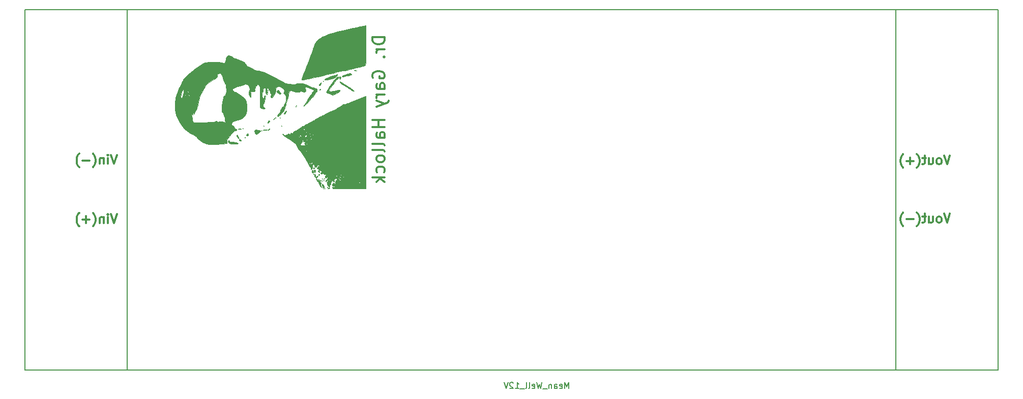
<source format=gbr>
G04 #@! TF.GenerationSoftware,KiCad,Pcbnew,(5.1.5)-3*
G04 #@! TF.CreationDate,2021-01-10T22:08:32-06:00*
G04 #@! TF.ProjectId,Power-Primary,506f7765-722d-4507-9269-6d6172792e6b,rev?*
G04 #@! TF.SameCoordinates,Original*
G04 #@! TF.FileFunction,Legend,Bot*
G04 #@! TF.FilePolarity,Positive*
%FSLAX46Y46*%
G04 Gerber Fmt 4.6, Leading zero omitted, Abs format (unit mm)*
G04 Created by KiCad (PCBNEW (5.1.5)-3) date 2021-01-10 22:08:32*
%MOMM*%
%LPD*%
G04 APERTURE LIST*
%ADD10C,0.300000*%
%ADD11C,0.010000*%
%ADD12C,0.150000*%
G04 APERTURE END LIST*
D10*
X81304761Y-66900000D02*
X79304761Y-66900000D01*
X79304761Y-67376190D01*
X79400000Y-67661904D01*
X79590476Y-67852380D01*
X79780952Y-67947619D01*
X80161904Y-68042857D01*
X80447619Y-68042857D01*
X80828571Y-67947619D01*
X81019047Y-67852380D01*
X81209523Y-67661904D01*
X81304761Y-67376190D01*
X81304761Y-66900000D01*
X81304761Y-68900000D02*
X79971428Y-68900000D01*
X80352380Y-68900000D02*
X80161904Y-68995238D01*
X80066666Y-69090476D01*
X79971428Y-69280952D01*
X79971428Y-69471428D01*
X81114285Y-70138095D02*
X81209523Y-70233333D01*
X81304761Y-70138095D01*
X81209523Y-70042857D01*
X81114285Y-70138095D01*
X81304761Y-70138095D01*
X79400000Y-73661904D02*
X79304761Y-73471428D01*
X79304761Y-73185714D01*
X79400000Y-72900000D01*
X79590476Y-72709523D01*
X79780952Y-72614285D01*
X80161904Y-72519047D01*
X80447619Y-72519047D01*
X80828571Y-72614285D01*
X81019047Y-72709523D01*
X81209523Y-72900000D01*
X81304761Y-73185714D01*
X81304761Y-73376190D01*
X81209523Y-73661904D01*
X81114285Y-73757142D01*
X80447619Y-73757142D01*
X80447619Y-73376190D01*
X81304761Y-75471428D02*
X80257142Y-75471428D01*
X80066666Y-75376190D01*
X79971428Y-75185714D01*
X79971428Y-74804761D01*
X80066666Y-74614285D01*
X81209523Y-75471428D02*
X81304761Y-75280952D01*
X81304761Y-74804761D01*
X81209523Y-74614285D01*
X81019047Y-74519047D01*
X80828571Y-74519047D01*
X80638095Y-74614285D01*
X80542857Y-74804761D01*
X80542857Y-75280952D01*
X80447619Y-75471428D01*
X81304761Y-76423809D02*
X79971428Y-76423809D01*
X80352380Y-76423809D02*
X80161904Y-76519047D01*
X80066666Y-76614285D01*
X79971428Y-76804761D01*
X79971428Y-76995238D01*
X79971428Y-77471428D02*
X81304761Y-77947619D01*
X79971428Y-78423809D02*
X81304761Y-77947619D01*
X81780952Y-77757142D01*
X81876190Y-77661904D01*
X81971428Y-77471428D01*
X81304761Y-80709523D02*
X79304761Y-80709523D01*
X80257142Y-80709523D02*
X80257142Y-81852380D01*
X81304761Y-81852380D02*
X79304761Y-81852380D01*
X81304761Y-83661904D02*
X80257142Y-83661904D01*
X80066666Y-83566666D01*
X79971428Y-83376190D01*
X79971428Y-82995238D01*
X80066666Y-82804761D01*
X81209523Y-83661904D02*
X81304761Y-83471428D01*
X81304761Y-82995238D01*
X81209523Y-82804761D01*
X81019047Y-82709523D01*
X80828571Y-82709523D01*
X80638095Y-82804761D01*
X80542857Y-82995238D01*
X80542857Y-83471428D01*
X80447619Y-83661904D01*
X81304761Y-84900000D02*
X81209523Y-84709523D01*
X81019047Y-84614285D01*
X79304761Y-84614285D01*
X81304761Y-85947619D02*
X81209523Y-85757142D01*
X81019047Y-85661904D01*
X79304761Y-85661904D01*
X81304761Y-86995238D02*
X81209523Y-86804761D01*
X81114285Y-86709523D01*
X80923809Y-86614285D01*
X80352380Y-86614285D01*
X80161904Y-86709523D01*
X80066666Y-86804761D01*
X79971428Y-86995238D01*
X79971428Y-87280952D01*
X80066666Y-87471428D01*
X80161904Y-87566666D01*
X80352380Y-87661904D01*
X80923809Y-87661904D01*
X81114285Y-87566666D01*
X81209523Y-87471428D01*
X81304761Y-87280952D01*
X81304761Y-86995238D01*
X81209523Y-89376190D02*
X81304761Y-89185714D01*
X81304761Y-88804761D01*
X81209523Y-88614285D01*
X81114285Y-88519047D01*
X80923809Y-88423809D01*
X80352380Y-88423809D01*
X80161904Y-88519047D01*
X80066666Y-88614285D01*
X79971428Y-88804761D01*
X79971428Y-89185714D01*
X80066666Y-89376190D01*
X81304761Y-90233333D02*
X79304761Y-90233333D01*
X80542857Y-90423809D02*
X81304761Y-90995238D01*
X79971428Y-90995238D02*
X80733333Y-90233333D01*
X36763685Y-96333571D02*
X36263685Y-97833571D01*
X35763685Y-96333571D01*
X35263685Y-97833571D02*
X35263685Y-96833571D01*
X35263685Y-96333571D02*
X35335114Y-96405000D01*
X35263685Y-96476428D01*
X35192257Y-96405000D01*
X35263685Y-96333571D01*
X35263685Y-96476428D01*
X34549400Y-96833571D02*
X34549400Y-97833571D01*
X34549400Y-96976428D02*
X34477971Y-96905000D01*
X34335114Y-96833571D01*
X34120828Y-96833571D01*
X33977971Y-96905000D01*
X33906542Y-97047857D01*
X33906542Y-97833571D01*
X32763685Y-98405000D02*
X32835114Y-98333571D01*
X32977971Y-98119285D01*
X33049400Y-97976428D01*
X33120828Y-97762142D01*
X33192257Y-97405000D01*
X33192257Y-97119285D01*
X33120828Y-96762142D01*
X33049400Y-96547857D01*
X32977971Y-96405000D01*
X32835114Y-96190714D01*
X32763685Y-96119285D01*
X32192257Y-97262142D02*
X31049400Y-97262142D01*
X31620828Y-97833571D02*
X31620828Y-96690714D01*
X30477971Y-98405000D02*
X30406542Y-98333571D01*
X30263685Y-98119285D01*
X30192257Y-97976428D01*
X30120828Y-97762142D01*
X30049399Y-97405000D01*
X30049399Y-97119285D01*
X30120828Y-96762142D01*
X30192257Y-96547857D01*
X30263685Y-96405000D01*
X30406542Y-96190714D01*
X30477971Y-96119285D01*
X36763685Y-86478371D02*
X36263685Y-87978371D01*
X35763685Y-86478371D01*
X35263685Y-87978371D02*
X35263685Y-86978371D01*
X35263685Y-86478371D02*
X35335114Y-86549800D01*
X35263685Y-86621228D01*
X35192257Y-86549800D01*
X35263685Y-86478371D01*
X35263685Y-86621228D01*
X34549400Y-86978371D02*
X34549400Y-87978371D01*
X34549400Y-87121228D02*
X34477971Y-87049800D01*
X34335114Y-86978371D01*
X34120828Y-86978371D01*
X33977971Y-87049800D01*
X33906542Y-87192657D01*
X33906542Y-87978371D01*
X32763685Y-88549800D02*
X32835114Y-88478371D01*
X32977971Y-88264085D01*
X33049400Y-88121228D01*
X33120828Y-87906942D01*
X33192257Y-87549800D01*
X33192257Y-87264085D01*
X33120828Y-86906942D01*
X33049400Y-86692657D01*
X32977971Y-86549800D01*
X32835114Y-86335514D01*
X32763685Y-86264085D01*
X32192257Y-87406942D02*
X31049400Y-87406942D01*
X30477971Y-88549800D02*
X30406542Y-88478371D01*
X30263685Y-88264085D01*
X30192257Y-88121228D01*
X30120828Y-87906942D01*
X30049399Y-87549800D01*
X30049399Y-87264085D01*
X30120828Y-86906942D01*
X30192257Y-86692657D01*
X30263685Y-86549800D01*
X30406542Y-86335514D01*
X30477971Y-86264085D01*
X175410285Y-96282771D02*
X174910285Y-97782771D01*
X174410285Y-96282771D01*
X173696000Y-97782771D02*
X173838857Y-97711342D01*
X173910285Y-97639914D01*
X173981714Y-97497057D01*
X173981714Y-97068485D01*
X173910285Y-96925628D01*
X173838857Y-96854200D01*
X173696000Y-96782771D01*
X173481714Y-96782771D01*
X173338857Y-96854200D01*
X173267428Y-96925628D01*
X173196000Y-97068485D01*
X173196000Y-97497057D01*
X173267428Y-97639914D01*
X173338857Y-97711342D01*
X173481714Y-97782771D01*
X173696000Y-97782771D01*
X171910285Y-96782771D02*
X171910285Y-97782771D01*
X172553142Y-96782771D02*
X172553142Y-97568485D01*
X172481714Y-97711342D01*
X172338857Y-97782771D01*
X172124571Y-97782771D01*
X171981714Y-97711342D01*
X171910285Y-97639914D01*
X171410285Y-96782771D02*
X170838857Y-96782771D01*
X171196000Y-96282771D02*
X171196000Y-97568485D01*
X171124571Y-97711342D01*
X170981714Y-97782771D01*
X170838857Y-97782771D01*
X169910285Y-98354200D02*
X169981714Y-98282771D01*
X170124571Y-98068485D01*
X170196000Y-97925628D01*
X170267428Y-97711342D01*
X170338857Y-97354200D01*
X170338857Y-97068485D01*
X170267428Y-96711342D01*
X170196000Y-96497057D01*
X170124571Y-96354200D01*
X169981714Y-96139914D01*
X169910285Y-96068485D01*
X169338857Y-97211342D02*
X168196000Y-97211342D01*
X167624571Y-98354200D02*
X167553142Y-98282771D01*
X167410285Y-98068485D01*
X167338857Y-97925628D01*
X167267428Y-97711342D01*
X167196000Y-97354200D01*
X167196000Y-97068485D01*
X167267428Y-96711342D01*
X167338857Y-96497057D01*
X167410285Y-96354200D01*
X167553142Y-96139914D01*
X167624571Y-96068485D01*
X175410285Y-86554571D02*
X174910285Y-88054571D01*
X174410285Y-86554571D01*
X173696000Y-88054571D02*
X173838857Y-87983142D01*
X173910285Y-87911714D01*
X173981714Y-87768857D01*
X173981714Y-87340285D01*
X173910285Y-87197428D01*
X173838857Y-87126000D01*
X173696000Y-87054571D01*
X173481714Y-87054571D01*
X173338857Y-87126000D01*
X173267428Y-87197428D01*
X173196000Y-87340285D01*
X173196000Y-87768857D01*
X173267428Y-87911714D01*
X173338857Y-87983142D01*
X173481714Y-88054571D01*
X173696000Y-88054571D01*
X171910285Y-87054571D02*
X171910285Y-88054571D01*
X172553142Y-87054571D02*
X172553142Y-87840285D01*
X172481714Y-87983142D01*
X172338857Y-88054571D01*
X172124571Y-88054571D01*
X171981714Y-87983142D01*
X171910285Y-87911714D01*
X171410285Y-87054571D02*
X170838857Y-87054571D01*
X171196000Y-86554571D02*
X171196000Y-87840285D01*
X171124571Y-87983142D01*
X170981714Y-88054571D01*
X170838857Y-88054571D01*
X169910285Y-88626000D02*
X169981714Y-88554571D01*
X170124571Y-88340285D01*
X170196000Y-88197428D01*
X170267428Y-87983142D01*
X170338857Y-87626000D01*
X170338857Y-87340285D01*
X170267428Y-86983142D01*
X170196000Y-86768857D01*
X170124571Y-86626000D01*
X169981714Y-86411714D01*
X169910285Y-86340285D01*
X169338857Y-87483142D02*
X168196000Y-87483142D01*
X168767428Y-88054571D02*
X168767428Y-86911714D01*
X167624571Y-88626000D02*
X167553142Y-88554571D01*
X167410285Y-88340285D01*
X167338857Y-88197428D01*
X167267428Y-87983142D01*
X167196000Y-87626000D01*
X167196000Y-87340285D01*
X167267428Y-86983142D01*
X167338857Y-86768857D01*
X167410285Y-86626000D01*
X167553142Y-86411714D01*
X167624571Y-86340285D01*
D11*
G36*
X55381559Y-84514376D02*
G01*
X55656611Y-84624408D01*
X56085435Y-84676284D01*
X56317512Y-84681333D01*
X56665866Y-84665606D01*
X56858929Y-84620366D01*
X56892885Y-84548521D01*
X56763916Y-84452982D01*
X56671834Y-84411251D01*
X56455563Y-84359425D01*
X56152822Y-84330963D01*
X55952167Y-84329320D01*
X55676423Y-84331396D01*
X55529914Y-84307953D01*
X55473033Y-84246352D01*
X55465334Y-84173973D01*
X55424514Y-84032203D01*
X55339282Y-84015051D01*
X55274502Y-84109833D01*
X55255711Y-84343685D01*
X55381559Y-84514376D01*
G37*
X55381559Y-84514376D02*
X55656611Y-84624408D01*
X56085435Y-84676284D01*
X56317512Y-84681333D01*
X56665866Y-84665606D01*
X56858929Y-84620366D01*
X56892885Y-84548521D01*
X56763916Y-84452982D01*
X56671834Y-84411251D01*
X56455563Y-84359425D01*
X56152822Y-84330963D01*
X55952167Y-84329320D01*
X55676423Y-84331396D01*
X55529914Y-84307953D01*
X55473033Y-84246352D01*
X55465334Y-84173973D01*
X55424514Y-84032203D01*
X55339282Y-84015051D01*
X55274502Y-84109833D01*
X55255711Y-84343685D01*
X55381559Y-84514376D01*
G36*
X56700656Y-83390809D02*
G01*
X56816380Y-83554740D01*
X56946473Y-83695787D01*
X57034965Y-83750000D01*
X57061681Y-83747348D01*
X57057841Y-83709912D01*
X57010196Y-83593468D01*
X56939851Y-83432500D01*
X56829882Y-83243092D01*
X56726746Y-83158928D01*
X56660529Y-83197085D01*
X56650667Y-83268368D01*
X56700656Y-83390809D01*
G37*
X56700656Y-83390809D02*
X56816380Y-83554740D01*
X56946473Y-83695787D01*
X57034965Y-83750000D01*
X57061681Y-83747348D01*
X57057841Y-83709912D01*
X57010196Y-83593468D01*
X56939851Y-83432500D01*
X56829882Y-83243092D01*
X56726746Y-83158928D01*
X56660529Y-83197085D01*
X56650667Y-83268368D01*
X56700656Y-83390809D01*
G36*
X56960024Y-82190404D02*
G01*
X57010500Y-82202977D01*
X57226534Y-82214924D01*
X57306834Y-82202977D01*
X57410640Y-82168650D01*
X57357309Y-82125516D01*
X57306834Y-82103044D01*
X57104325Y-82079523D01*
X57010500Y-82103044D01*
X56906694Y-82157728D01*
X56960024Y-82190404D01*
G37*
X56960024Y-82190404D02*
X57010500Y-82202977D01*
X57226534Y-82214924D01*
X57306834Y-82202977D01*
X57410640Y-82168650D01*
X57357309Y-82125516D01*
X57306834Y-82103044D01*
X57104325Y-82079523D01*
X57010500Y-82103044D01*
X56906694Y-82157728D01*
X56960024Y-82190404D01*
G36*
X57123399Y-84034215D02*
G01*
X57243044Y-84151635D01*
X57337059Y-84173333D01*
X57468897Y-84161330D01*
X57471498Y-84105421D01*
X57343516Y-83975754D01*
X57327481Y-83961196D01*
X57171114Y-83856518D01*
X57097652Y-83884954D01*
X57123399Y-84034215D01*
G37*
X57123399Y-84034215D02*
X57243044Y-84151635D01*
X57337059Y-84173333D01*
X57468897Y-84161330D01*
X57471498Y-84105421D01*
X57343516Y-83975754D01*
X57327481Y-83961196D01*
X57171114Y-83856518D01*
X57097652Y-83884954D01*
X57123399Y-84034215D01*
G36*
X57709000Y-82141333D02*
G01*
X57751334Y-82099000D01*
X57709000Y-82056666D01*
X57666667Y-82099000D01*
X57709000Y-82141333D01*
G37*
X57709000Y-82141333D02*
X57751334Y-82099000D01*
X57709000Y-82056666D01*
X57666667Y-82099000D01*
X57709000Y-82141333D01*
G36*
X58033556Y-83637111D02*
G01*
X58083890Y-83625488D01*
X58090000Y-83580666D01*
X58059022Y-83510976D01*
X58033556Y-83524222D01*
X58023423Y-83624701D01*
X58033556Y-83637111D01*
G37*
X58033556Y-83637111D02*
X58083890Y-83625488D01*
X58090000Y-83580666D01*
X58059022Y-83510976D01*
X58033556Y-83524222D01*
X58023423Y-83624701D01*
X58033556Y-83637111D01*
G36*
X58348070Y-83287046D02*
G01*
X58467972Y-83306913D01*
X58505956Y-83288892D01*
X58576436Y-83181658D01*
X58595855Y-83031380D01*
X58560466Y-82919494D01*
X58523700Y-82903333D01*
X58413891Y-82961329D01*
X58341022Y-83033921D01*
X58292611Y-83175733D01*
X58348070Y-83287046D01*
G37*
X58348070Y-83287046D02*
X58467972Y-83306913D01*
X58505956Y-83288892D01*
X58576436Y-83181658D01*
X58595855Y-83031380D01*
X58560466Y-82919494D01*
X58523700Y-82903333D01*
X58413891Y-82961329D01*
X58341022Y-83033921D01*
X58292611Y-83175733D01*
X58348070Y-83287046D01*
G36*
X59698530Y-82743488D02*
G01*
X59707153Y-82767921D01*
X59799518Y-82963918D01*
X59890331Y-83067704D01*
X59908503Y-83072666D01*
X60058142Y-83020019D01*
X60255009Y-82894711D01*
X60428496Y-82745686D01*
X60489064Y-82670206D01*
X60620128Y-82543720D01*
X60743064Y-82472208D01*
X60871516Y-82412437D01*
X60842999Y-82407375D01*
X60735834Y-82427351D01*
X60588582Y-82435378D01*
X60545334Y-82408573D01*
X60473701Y-82362815D01*
X60252084Y-82329440D01*
X59918878Y-82308780D01*
X59721552Y-82346740D01*
X59649505Y-82488601D01*
X59698530Y-82743488D01*
G37*
X59698530Y-82743488D02*
X59707153Y-82767921D01*
X59799518Y-82963918D01*
X59890331Y-83067704D01*
X59908503Y-83072666D01*
X60058142Y-83020019D01*
X60255009Y-82894711D01*
X60428496Y-82745686D01*
X60489064Y-82670206D01*
X60620128Y-82543720D01*
X60743064Y-82472208D01*
X60871516Y-82412437D01*
X60842999Y-82407375D01*
X60735834Y-82427351D01*
X60588582Y-82435378D01*
X60545334Y-82408573D01*
X60473701Y-82362815D01*
X60252084Y-82329440D01*
X59918878Y-82308780D01*
X59721552Y-82346740D01*
X59649505Y-82488601D01*
X59698530Y-82743488D01*
G36*
X61180334Y-81718000D02*
G01*
X61222667Y-81675666D01*
X61180334Y-81633333D01*
X61138000Y-81675666D01*
X61180334Y-81718000D01*
G37*
X61180334Y-81718000D02*
X61222667Y-81675666D01*
X61180334Y-81633333D01*
X61138000Y-81675666D01*
X61180334Y-81718000D01*
G36*
X61048640Y-82370461D02*
G01*
X61197979Y-82381489D01*
X61328500Y-82385316D01*
X61562808Y-82375191D01*
X61707773Y-82338190D01*
X61730667Y-82310666D01*
X61661448Y-82243787D01*
X61582500Y-82236017D01*
X61393357Y-82263927D01*
X61180334Y-82310666D01*
X61047498Y-82349241D01*
X61048640Y-82370461D01*
G37*
X61048640Y-82370461D02*
X61197979Y-82381489D01*
X61328500Y-82385316D01*
X61562808Y-82375191D01*
X61707773Y-82338190D01*
X61730667Y-82310666D01*
X61661448Y-82243787D01*
X61582500Y-82236017D01*
X61393357Y-82263927D01*
X61180334Y-82310666D01*
X61047498Y-82349241D01*
X61048640Y-82370461D01*
G36*
X61844641Y-81166608D02*
G01*
X61938823Y-81148774D01*
X61984750Y-81125288D01*
X62123683Y-80991961D01*
X62146219Y-80839255D01*
X62075184Y-80747949D01*
X61971553Y-80763830D01*
X61880036Y-80907975D01*
X61839033Y-81064767D01*
X61844641Y-81166608D01*
G37*
X61844641Y-81166608D02*
X61938823Y-81148774D01*
X61984750Y-81125288D01*
X62123683Y-80991961D01*
X62146219Y-80839255D01*
X62075184Y-80747949D01*
X61971553Y-80763830D01*
X61880036Y-80907975D01*
X61839033Y-81064767D01*
X61844641Y-81166608D01*
G36*
X61903542Y-82389179D02*
G01*
X62034981Y-82327585D01*
X62116651Y-82271026D01*
X62209242Y-82175161D01*
X62169119Y-82144026D01*
X62021730Y-82197030D01*
X61930238Y-82268333D01*
X61858147Y-82369277D01*
X61903542Y-82389179D01*
G37*
X61903542Y-82389179D02*
X62034981Y-82327585D01*
X62116651Y-82271026D01*
X62209242Y-82175161D01*
X62169119Y-82144026D01*
X62021730Y-82197030D01*
X61930238Y-82268333D01*
X61858147Y-82369277D01*
X61903542Y-82389179D01*
G36*
X62834845Y-80577853D02*
G01*
X62861691Y-80567879D01*
X62965730Y-80491733D01*
X63009819Y-80401559D01*
X62968700Y-80363333D01*
X62895734Y-80419501D01*
X62829725Y-80492271D01*
X62767951Y-80584062D01*
X62834845Y-80577853D01*
G37*
X62834845Y-80577853D02*
X62861691Y-80567879D01*
X62965730Y-80491733D01*
X63009819Y-80401559D01*
X62968700Y-80363333D01*
X62895734Y-80419501D01*
X62829725Y-80492271D01*
X62767951Y-80584062D01*
X62834845Y-80577853D01*
G36*
X63113556Y-80335111D02*
G01*
X63163890Y-80323488D01*
X63170000Y-80278666D01*
X63139022Y-80208976D01*
X63113556Y-80222222D01*
X63103423Y-80322701D01*
X63113556Y-80335111D01*
G37*
X63113556Y-80335111D02*
X63163890Y-80323488D01*
X63170000Y-80278666D01*
X63139022Y-80208976D01*
X63113556Y-80222222D01*
X63103423Y-80322701D01*
X63113556Y-80335111D01*
G36*
X63889667Y-80363333D02*
G01*
X63932000Y-80321000D01*
X63889667Y-80278666D01*
X63847334Y-80321000D01*
X63889667Y-80363333D01*
G37*
X63889667Y-80363333D02*
X63932000Y-80321000D01*
X63889667Y-80278666D01*
X63847334Y-80321000D01*
X63889667Y-80363333D01*
G36*
X63381211Y-75971281D02*
G01*
X63477815Y-76094361D01*
X63643793Y-76220166D01*
X63819597Y-76312426D01*
X63945682Y-76334870D01*
X63962453Y-76325324D01*
X64010823Y-76234194D01*
X63969771Y-76110527D01*
X63824290Y-75914678D01*
X63792623Y-75876730D01*
X63640283Y-75713958D01*
X63540066Y-75671691D01*
X63450845Y-75728202D01*
X63374248Y-75883120D01*
X63381211Y-75971281D01*
G37*
X63381211Y-75971281D02*
X63477815Y-76094361D01*
X63643793Y-76220166D01*
X63819597Y-76312426D01*
X63945682Y-76334870D01*
X63962453Y-76325324D01*
X64010823Y-76234194D01*
X63969771Y-76110527D01*
X63824290Y-75914678D01*
X63792623Y-75876730D01*
X63640283Y-75713958D01*
X63540066Y-75671691D01*
X63450845Y-75728202D01*
X63374248Y-75883120D01*
X63381211Y-75971281D01*
G36*
X64143667Y-81718000D02*
G01*
X64186000Y-81675666D01*
X64143667Y-81633333D01*
X64101334Y-81675666D01*
X64143667Y-81718000D01*
G37*
X64143667Y-81718000D02*
X64186000Y-81675666D01*
X64143667Y-81633333D01*
X64101334Y-81675666D01*
X64143667Y-81718000D01*
G36*
X64595221Y-79685982D02*
G01*
X64596617Y-79686000D01*
X64698644Y-79618605D01*
X64819863Y-79460888D01*
X64916077Y-79279543D01*
X64945307Y-79159812D01*
X64903738Y-79130322D01*
X64812104Y-79220333D01*
X64643628Y-79462433D01*
X64567817Y-79625249D01*
X64595221Y-79685982D01*
G37*
X64595221Y-79685982D02*
X64596617Y-79686000D01*
X64698644Y-79618605D01*
X64819863Y-79460888D01*
X64916077Y-79279543D01*
X64945307Y-79159812D01*
X64903738Y-79130322D01*
X64812104Y-79220333D01*
X64643628Y-79462433D01*
X64567817Y-79625249D01*
X64595221Y-79685982D01*
G36*
X65677203Y-82958896D02*
G01*
X65710000Y-82945666D01*
X65790771Y-82869584D01*
X65794667Y-82856003D01*
X65729161Y-82819637D01*
X65710000Y-82818666D01*
X65628587Y-82883754D01*
X65625334Y-82908330D01*
X65677203Y-82958896D01*
G37*
X65677203Y-82958896D02*
X65710000Y-82945666D01*
X65790771Y-82869584D01*
X65794667Y-82856003D01*
X65729161Y-82819637D01*
X65710000Y-82818666D01*
X65628587Y-82883754D01*
X65625334Y-82908330D01*
X65677203Y-82958896D01*
G36*
X66514334Y-78500666D02*
G01*
X66556667Y-78458333D01*
X66514334Y-78416000D01*
X66472000Y-78458333D01*
X66514334Y-78500666D01*
G37*
X66514334Y-78500666D02*
X66556667Y-78458333D01*
X66514334Y-78416000D01*
X66472000Y-78458333D01*
X66514334Y-78500666D01*
G36*
X66599000Y-78331333D02*
G01*
X66641334Y-78289000D01*
X66599000Y-78246666D01*
X66556667Y-78289000D01*
X66599000Y-78331333D01*
G37*
X66599000Y-78331333D02*
X66641334Y-78289000D01*
X66599000Y-78246666D01*
X66556667Y-78289000D01*
X66599000Y-78331333D01*
G36*
X69216318Y-89291467D02*
G01*
X69272376Y-89449381D01*
X69352280Y-89507333D01*
X69419765Y-89436406D01*
X69435334Y-89338000D01*
X69396133Y-89200482D01*
X69341608Y-89168666D01*
X69287450Y-89105959D01*
X69304291Y-89020500D01*
X69327775Y-88925063D01*
X69263250Y-88969033D01*
X69260282Y-88971967D01*
X69208003Y-89107399D01*
X69216318Y-89291467D01*
G37*
X69216318Y-89291467D02*
X69272376Y-89449381D01*
X69352280Y-89507333D01*
X69419765Y-89436406D01*
X69435334Y-89338000D01*
X69396133Y-89200482D01*
X69341608Y-89168666D01*
X69287450Y-89105959D01*
X69304291Y-89020500D01*
X69327775Y-88925063D01*
X69263250Y-88969033D01*
X69260282Y-88971967D01*
X69208003Y-89107399D01*
X69216318Y-89291467D01*
G36*
X69496794Y-89757887D02*
G01*
X69520000Y-89761333D01*
X69602466Y-89732446D01*
X69604667Y-89723996D01*
X69545338Y-89651710D01*
X69520000Y-89634333D01*
X69441981Y-89641046D01*
X69435334Y-89671669D01*
X69496794Y-89757887D01*
G37*
X69496794Y-89757887D02*
X69520000Y-89761333D01*
X69602466Y-89732446D01*
X69604667Y-89723996D01*
X69545338Y-89651710D01*
X69520000Y-89634333D01*
X69441981Y-89641046D01*
X69435334Y-89671669D01*
X69496794Y-89757887D01*
G36*
X69476379Y-88795631D02*
G01*
X69520000Y-88787666D01*
X69601437Y-88679423D01*
X69604667Y-88655669D01*
X69540088Y-88578280D01*
X69520000Y-88576000D01*
X69445696Y-88644915D01*
X69435334Y-88707996D01*
X69476379Y-88795631D01*
G37*
X69476379Y-88795631D02*
X69520000Y-88787666D01*
X69601437Y-88679423D01*
X69604667Y-88655669D01*
X69540088Y-88578280D01*
X69520000Y-88576000D01*
X69445696Y-88644915D01*
X69435334Y-88707996D01*
X69476379Y-88795631D01*
G36*
X69545917Y-89253333D02*
G01*
X69627626Y-89428352D01*
X69695264Y-89507000D01*
X69698286Y-89507333D01*
X69748701Y-89433895D01*
X69791531Y-89256903D01*
X69792060Y-89253333D01*
X69800031Y-89073908D01*
X69729837Y-89006683D01*
X69639691Y-88999333D01*
X69515099Y-89014214D01*
X69493190Y-89091411D01*
X69545917Y-89253333D01*
G37*
X69545917Y-89253333D02*
X69627626Y-89428352D01*
X69695264Y-89507000D01*
X69698286Y-89507333D01*
X69748701Y-89433895D01*
X69791531Y-89256903D01*
X69792060Y-89253333D01*
X69800031Y-89073908D01*
X69729837Y-89006683D01*
X69639691Y-88999333D01*
X69515099Y-89014214D01*
X69493190Y-89091411D01*
X69545917Y-89253333D01*
G36*
X46397891Y-78514613D02*
G01*
X46445539Y-78959306D01*
X46524268Y-79418786D01*
X46628299Y-79843893D01*
X46665407Y-79962889D01*
X46987188Y-80710585D01*
X47436703Y-81436917D01*
X47976791Y-82082000D01*
X47986510Y-82091886D01*
X48340288Y-82424879D01*
X48691780Y-82710178D01*
X49010212Y-82926032D01*
X49264809Y-83050692D01*
X49374278Y-83072666D01*
X49490398Y-83128443D01*
X49695003Y-83279383D01*
X49956851Y-83500902D01*
X50183202Y-83709221D01*
X50554447Y-84040394D01*
X50909745Y-84298550D01*
X51274954Y-84489722D01*
X51675933Y-84619941D01*
X52138539Y-84695239D01*
X52688630Y-84721649D01*
X53352064Y-84705203D01*
X54154700Y-84651933D01*
X54206618Y-84647796D01*
X55022236Y-84582345D01*
X55026893Y-84244917D01*
X55051294Y-84033011D01*
X55134749Y-83831547D01*
X55302315Y-83590424D01*
X55436186Y-83426577D01*
X55733570Y-83075340D01*
X55948843Y-82830061D01*
X56107710Y-82666126D01*
X56235878Y-82558921D01*
X56359054Y-82483833D01*
X56481334Y-82425846D01*
X56664991Y-82337038D01*
X56709519Y-82280845D01*
X56632528Y-82225796D01*
X56601577Y-82210970D01*
X56433792Y-82080012D01*
X56282334Y-81885977D01*
X56132944Y-81700097D01*
X55973137Y-81590945D01*
X55971590Y-81590446D01*
X55840394Y-81473899D01*
X55806744Y-81281211D01*
X55875620Y-81078033D01*
X55927847Y-81013582D01*
X56078169Y-80924495D01*
X56327524Y-80831832D01*
X56499347Y-80785100D01*
X57153406Y-80582236D01*
X57658258Y-80309075D01*
X58022895Y-79955705D01*
X58256312Y-79512213D01*
X58367500Y-78968686D01*
X58379872Y-78712333D01*
X58367680Y-78148993D01*
X58311715Y-77717174D01*
X58203837Y-77382853D01*
X58035908Y-77112010D01*
X57981782Y-77048210D01*
X57786485Y-76862248D01*
X57518576Y-76647777D01*
X57217815Y-76431843D01*
X56923959Y-76241493D01*
X56676764Y-76103772D01*
X56515989Y-76045726D01*
X56507562Y-76045333D01*
X56316821Y-75990049D01*
X56124492Y-75858056D01*
X55994763Y-75700144D01*
X55973334Y-75622629D01*
X55997741Y-75496096D01*
X56089016Y-75392787D01*
X56274235Y-75297205D01*
X56580475Y-75193852D01*
X56862334Y-75113773D01*
X57210423Y-75011652D01*
X57520784Y-74908459D01*
X57736272Y-74823464D01*
X57764397Y-74809585D01*
X58111839Y-74697590D01*
X58413690Y-74731703D01*
X58648866Y-74890483D01*
X58796280Y-75152485D01*
X58834845Y-75496269D01*
X58768368Y-75830531D01*
X58711579Y-76088682D01*
X58733887Y-76346895D01*
X58778025Y-76516258D01*
X58860247Y-76732155D01*
X58942821Y-76852939D01*
X58976558Y-76863078D01*
X59029363Y-76818917D01*
X59050576Y-76710933D01*
X59042210Y-76502990D01*
X59012665Y-76214666D01*
X58979000Y-75918333D01*
X59346492Y-75926206D01*
X59574021Y-75924465D01*
X59674438Y-75886148D01*
X59689835Y-75781229D01*
X59678109Y-75689645D01*
X59673914Y-75500832D01*
X59712783Y-75401608D01*
X59772980Y-75289856D01*
X59783334Y-75202728D01*
X59844027Y-75047157D01*
X59910333Y-74998715D01*
X60022964Y-74885564D01*
X60037334Y-74820323D01*
X60085159Y-74704991D01*
X60202428Y-74707360D01*
X60349826Y-74815337D01*
X60449828Y-74947197D01*
X60508458Y-75060424D01*
X60548866Y-75194396D01*
X60573193Y-75378245D01*
X60583581Y-75641100D01*
X60582171Y-76012093D01*
X60571103Y-76520354D01*
X60569622Y-76577030D01*
X60558107Y-77053836D01*
X60549780Y-77480488D01*
X60545130Y-77824046D01*
X60544649Y-78051569D01*
X60546640Y-78119666D01*
X60563848Y-78349746D01*
X60570745Y-78447188D01*
X60653931Y-78593524D01*
X60840439Y-78724573D01*
X61065184Y-78807367D01*
X61263080Y-78808940D01*
X61276098Y-78804456D01*
X61374116Y-78742742D01*
X61318470Y-78676882D01*
X61196763Y-78551951D01*
X61105079Y-78406270D01*
X61048954Y-78230194D01*
X61092360Y-78051728D01*
X61144700Y-77950333D01*
X61224095Y-77760335D01*
X61305996Y-77489825D01*
X61379697Y-77187559D01*
X61434491Y-76902292D01*
X61459673Y-76682778D01*
X61445846Y-76578957D01*
X61349705Y-76568440D01*
X61264979Y-76654579D01*
X61254195Y-76767373D01*
X61244754Y-76902119D01*
X61151702Y-77004684D01*
X61034287Y-77029971D01*
X60972053Y-76982146D01*
X60917751Y-76793828D01*
X60901379Y-76519303D01*
X60922094Y-76237197D01*
X60979053Y-76026136D01*
X60982376Y-76019717D01*
X61063515Y-75799219D01*
X61093287Y-75647867D01*
X61160553Y-75423261D01*
X61272772Y-75313591D01*
X61387993Y-75323125D01*
X61464268Y-75456127D01*
X61473196Y-75609229D01*
X61463746Y-75962346D01*
X61487080Y-76186000D01*
X61540956Y-76263713D01*
X61561334Y-76257000D01*
X61633063Y-76277105D01*
X61646000Y-76341666D01*
X61685824Y-76433114D01*
X61730667Y-76426333D01*
X61789332Y-76312886D01*
X61814041Y-76111163D01*
X61814037Y-76103836D01*
X61801973Y-75935773D01*
X61761931Y-75919928D01*
X61730667Y-75960666D01*
X61668686Y-76027798D01*
X61648185Y-75943945D01*
X61647297Y-75899823D01*
X61677723Y-75764204D01*
X61791240Y-75762049D01*
X61794167Y-75763047D01*
X61884334Y-75786115D01*
X61840948Y-75736222D01*
X61780410Y-75687967D01*
X61674281Y-75538959D01*
X61686385Y-75396440D01*
X61801799Y-75319335D01*
X61873596Y-75320016D01*
X61992326Y-75401479D01*
X62000512Y-75524960D01*
X62025453Y-75676088D01*
X62106345Y-75706666D01*
X62215041Y-75778354D01*
X62238667Y-75890499D01*
X62294285Y-76097638D01*
X62380600Y-76231167D01*
X62470934Y-76374283D01*
X62425885Y-76484611D01*
X62422933Y-76487600D01*
X62323485Y-76662980D01*
X62337106Y-76828371D01*
X62441947Y-76932449D01*
X62609750Y-76926423D01*
X62724251Y-76817898D01*
X62862360Y-76599658D01*
X62998897Y-76324137D01*
X63108681Y-76043773D01*
X63166533Y-75811001D01*
X63170000Y-75759754D01*
X63223778Y-75407129D01*
X63369715Y-75167390D01*
X63584719Y-75056075D01*
X63845694Y-75088725D01*
X64020048Y-75187778D01*
X64199532Y-75307959D01*
X64321239Y-75367237D01*
X64330738Y-75368535D01*
X64413442Y-75435152D01*
X64527244Y-75597363D01*
X64541896Y-75622535D01*
X64617405Y-75794528D01*
X64605436Y-75874450D01*
X64595521Y-75876000D01*
X64539975Y-75942737D01*
X64547542Y-76038998D01*
X64549168Y-76157929D01*
X64451584Y-76158300D01*
X64424434Y-76179013D01*
X64510179Y-76280595D01*
X64598002Y-76360981D01*
X64785861Y-76552591D01*
X64868193Y-76746528D01*
X64885585Y-76982512D01*
X64877463Y-77268984D01*
X64854062Y-77518748D01*
X64845480Y-77569333D01*
X64769561Y-77811179D01*
X64647539Y-78072647D01*
X64507325Y-78305690D01*
X64376829Y-78462261D01*
X64304452Y-78500666D01*
X64208892Y-78571331D01*
X64186000Y-78672657D01*
X64130829Y-78835462D01*
X64059000Y-78893382D01*
X63962779Y-79018551D01*
X63932000Y-79266728D01*
X63908554Y-79491557D01*
X63850551Y-79637133D01*
X63834252Y-79651751D01*
X63776315Y-79661730D01*
X63796915Y-79614415D01*
X63800318Y-79527410D01*
X63765006Y-79516666D01*
X63661787Y-79585432D01*
X63618019Y-79664833D01*
X63525373Y-79823344D01*
X63473217Y-79872974D01*
X63432675Y-79964255D01*
X63480575Y-80030441D01*
X63564450Y-80050820D01*
X63703216Y-79975387D01*
X63918493Y-79790190D01*
X64051367Y-79662135D01*
X64276170Y-79425299D01*
X64443142Y-79219679D01*
X64522094Y-79083218D01*
X64524667Y-79067223D01*
X64571028Y-78935930D01*
X64608052Y-78909888D01*
X64666239Y-78817935D01*
X64733287Y-78607453D01*
X64784866Y-78373666D01*
X64846503Y-78070967D01*
X64908803Y-77816071D01*
X64946525Y-77696333D01*
X65125293Y-77216154D01*
X65241452Y-76823722D01*
X65286404Y-76548460D01*
X65286667Y-76532208D01*
X65319996Y-76315603D01*
X65403202Y-76071939D01*
X65511116Y-75856514D01*
X65618568Y-75724626D01*
X65662181Y-75707224D01*
X65789387Y-75750896D01*
X65977560Y-75856414D01*
X65994732Y-75867591D01*
X66202513Y-75958493D01*
X66472251Y-76017488D01*
X66756968Y-76042728D01*
X67009685Y-76032363D01*
X67183422Y-75984542D01*
X67234000Y-75916383D01*
X67261455Y-75815361D01*
X67363751Y-75805929D01*
X67570783Y-75888508D01*
X67639444Y-75922099D01*
X67845039Y-76002590D01*
X67995291Y-75987041D01*
X68075785Y-75944066D01*
X68227718Y-75816210D01*
X68220957Y-75711001D01*
X68156294Y-75658746D01*
X68117651Y-75582313D01*
X68177461Y-75528046D01*
X68218682Y-75473423D01*
X68102545Y-75453096D01*
X68080667Y-75452666D01*
X67944350Y-75438792D01*
X67960619Y-75391752D01*
X67996000Y-75366703D01*
X68080376Y-75286774D01*
X68014695Y-75208670D01*
X67996000Y-75195525D01*
X67968108Y-75147918D01*
X68067666Y-75143223D01*
X68260216Y-75174767D01*
X68511296Y-75235879D01*
X68786447Y-75319886D01*
X68956443Y-75381486D01*
X69206820Y-75493948D01*
X69412697Y-75612375D01*
X69543787Y-75714906D01*
X69569805Y-75779679D01*
X69562334Y-75781589D01*
X69562334Y-75960666D01*
X69604667Y-76003000D01*
X69562334Y-76045333D01*
X69520000Y-76003000D01*
X69562334Y-75960666D01*
X69562334Y-75781589D01*
X69524233Y-75791333D01*
X69427331Y-75860567D01*
X69327685Y-76023005D01*
X69206971Y-76241831D01*
X69096667Y-76389493D01*
X68842597Y-76674876D01*
X68666834Y-76904735D01*
X68590305Y-77051230D01*
X68588667Y-77065350D01*
X68543027Y-77225654D01*
X68425561Y-77469140D01*
X68265449Y-77743083D01*
X68091874Y-77994756D01*
X68034854Y-78066027D01*
X67885455Y-78256337D01*
X67842053Y-78340935D01*
X67888379Y-78331262D01*
X68008167Y-78238761D01*
X68185149Y-78074875D01*
X68403056Y-77851045D01*
X68515159Y-77728196D01*
X68789347Y-77421723D01*
X69056227Y-77123830D01*
X69271505Y-76883942D01*
X69330789Y-76818029D01*
X69521606Y-76581489D01*
X69674299Y-76350005D01*
X69711290Y-76278166D01*
X69801250Y-76113567D01*
X69871052Y-76045333D01*
X69933983Y-75974371D01*
X70011509Y-75801943D01*
X70017188Y-75785956D01*
X70064828Y-75610628D01*
X70023702Y-75510336D01*
X69861635Y-75423988D01*
X69816523Y-75404956D01*
X69593408Y-75324026D01*
X69425881Y-75284194D01*
X69410113Y-75283333D01*
X69289052Y-75247585D01*
X69055239Y-75151243D01*
X68746763Y-75010656D01*
X68520680Y-74901529D01*
X68165940Y-74729298D01*
X67912555Y-74621130D01*
X67710479Y-74565249D01*
X67509665Y-74549883D01*
X67260066Y-74563255D01*
X67130453Y-74574449D01*
X66805302Y-74611636D01*
X66533408Y-74657621D01*
X66371140Y-74702774D01*
X66366681Y-74704957D01*
X66195634Y-74735226D01*
X65911718Y-74730431D01*
X65566142Y-74697357D01*
X65210117Y-74642790D01*
X64894853Y-74573516D01*
X64671560Y-74496321D01*
X64634289Y-74475399D01*
X64434496Y-74352268D01*
X64172953Y-74200422D01*
X64076683Y-74146537D01*
X63309824Y-73726258D01*
X62667760Y-73383992D01*
X62129895Y-73110943D01*
X61675634Y-72898318D01*
X61284383Y-72737322D01*
X60935546Y-72619158D01*
X60608527Y-72535034D01*
X60282733Y-72476153D01*
X60111070Y-72453091D01*
X59751645Y-72380216D01*
X59511929Y-72255505D01*
X59446093Y-72194517D01*
X59248590Y-72053074D01*
X58971383Y-71931374D01*
X58851893Y-71896641D01*
X58596065Y-71817173D01*
X58555667Y-71790041D01*
X58555667Y-72828000D01*
X58598000Y-72870333D01*
X58555667Y-72912666D01*
X58513334Y-72870333D01*
X58555667Y-72828000D01*
X58555667Y-71790041D01*
X58418522Y-71697929D01*
X58255443Y-71490042D01*
X58193003Y-71392178D01*
X58052076Y-71184383D01*
X57907828Y-71036267D01*
X57714553Y-70915112D01*
X57426544Y-70788199D01*
X57255697Y-70721201D01*
X56931509Y-70601154D01*
X56659939Y-70509682D01*
X56485241Y-70461360D01*
X56454435Y-70457333D01*
X56322147Y-70410436D01*
X56114785Y-70290849D01*
X55986770Y-70203333D01*
X55614663Y-70000554D01*
X55340680Y-69949333D01*
X55331278Y-69950261D01*
X55331278Y-81301350D01*
X55441092Y-81316917D01*
X55442403Y-81345819D01*
X55338334Y-81364380D01*
X55338334Y-82310666D01*
X55380667Y-82353000D01*
X55338334Y-82395333D01*
X55296000Y-82353000D01*
X55338334Y-82310666D01*
X55338334Y-81364380D01*
X55329086Y-81366030D01*
X55280125Y-81352503D01*
X55248055Y-81314908D01*
X55331278Y-81301350D01*
X55331278Y-69950261D01*
X55132962Y-69969846D01*
X55031829Y-70058320D01*
X54992098Y-70182166D01*
X54886039Y-70632082D01*
X54803759Y-70938773D01*
X54736845Y-71125261D01*
X54676887Y-71214566D01*
X54615470Y-71229709D01*
X54609817Y-71228287D01*
X54465517Y-71186976D01*
X54222760Y-71116998D01*
X54043715Y-71065227D01*
X53828458Y-71012989D01*
X53828458Y-72833000D01*
X53957375Y-72859410D01*
X54061009Y-72935580D01*
X54281815Y-73268595D01*
X54364622Y-73659938D01*
X54364667Y-73669100D01*
X54383476Y-73849905D01*
X54428924Y-73928557D01*
X54430849Y-73928666D01*
X54491521Y-74002185D01*
X54570401Y-74188783D01*
X54609528Y-74309666D01*
X54689111Y-74534012D01*
X54763397Y-74670924D01*
X54791137Y-74690666D01*
X54857485Y-74736294D01*
X54903253Y-74886896D01*
X54931820Y-75163051D01*
X54946565Y-75585335D01*
X54947512Y-75643166D01*
X54941700Y-76004128D01*
X54912893Y-76228118D01*
X54866961Y-76299333D01*
X54814947Y-76365033D01*
X54829062Y-76464659D01*
X54839157Y-76587458D01*
X54729926Y-76600611D01*
X54713503Y-76597625D01*
X54608390Y-76604231D01*
X54534834Y-76697279D01*
X54469671Y-76912306D01*
X54448763Y-77003799D01*
X54375482Y-77382474D01*
X54304773Y-77827065D01*
X54244276Y-78280136D01*
X54201635Y-78684251D01*
X54184491Y-78981974D01*
X54184445Y-78990384D01*
X54250189Y-79278519D01*
X54359098Y-79413717D01*
X54481843Y-79579807D01*
X54589067Y-79869935D01*
X54685478Y-80300072D01*
X54761120Y-80778185D01*
X54784319Y-81003779D01*
X54765158Y-81093837D01*
X54696958Y-81078354D01*
X54694608Y-81076899D01*
X54521998Y-81001245D01*
X54292368Y-80939136D01*
X54052376Y-80897205D01*
X53848681Y-80882085D01*
X53727940Y-80900410D01*
X53718634Y-80938147D01*
X53698188Y-80984877D01*
X53579833Y-80977586D01*
X53421830Y-80927711D01*
X53292001Y-80854409D01*
X53175512Y-80841392D01*
X53122346Y-80903532D01*
X53072866Y-80946444D01*
X52964935Y-80979884D01*
X52778423Y-81005462D01*
X52493199Y-81024788D01*
X52089133Y-81039471D01*
X51546096Y-81051120D01*
X51210423Y-81056394D01*
X50672262Y-81062313D01*
X50195673Y-81064001D01*
X49805045Y-81061665D01*
X49524766Y-81055514D01*
X49379223Y-81045755D01*
X49364144Y-81040666D01*
X49353566Y-80938441D01*
X49332373Y-80726710D01*
X49319322Y-80594899D01*
X49276886Y-80299642D01*
X49217756Y-80038810D01*
X49195054Y-79969323D01*
X49150681Y-79785904D01*
X49171889Y-79690061D01*
X49243337Y-79714194D01*
X49287974Y-79773118D01*
X49347719Y-79836732D01*
X49367385Y-79747977D01*
X49368037Y-79712163D01*
X49403730Y-79541317D01*
X49454000Y-79474333D01*
X49525729Y-79494438D01*
X49538667Y-79559000D01*
X49580891Y-79648795D01*
X49629106Y-79640099D01*
X49684406Y-79524547D01*
X49673359Y-79463848D01*
X49693615Y-79321775D01*
X49796108Y-79174558D01*
X49944242Y-78967308D01*
X50081845Y-78644507D01*
X50215283Y-78188011D01*
X50344459Y-77611666D01*
X50478769Y-77011746D01*
X50607679Y-76567591D01*
X50735462Y-76265911D01*
X50816166Y-76144386D01*
X50911736Y-75999950D01*
X51051263Y-75753742D01*
X51205899Y-75456872D01*
X51218374Y-75431829D01*
X51405847Y-75093045D01*
X51608991Y-74830362D01*
X51880831Y-74581567D01*
X52065040Y-74438456D01*
X52363788Y-74221670D01*
X52644124Y-74031370D01*
X52853772Y-73902779D01*
X52883000Y-73887373D01*
X53180118Y-73719866D01*
X53348757Y-73563790D01*
X53421685Y-73378873D01*
X53433334Y-73210958D01*
X53445219Y-73005210D01*
X53497296Y-72928261D01*
X53602667Y-72937198D01*
X53737675Y-72941947D01*
X53772000Y-72904740D01*
X53828458Y-72833000D01*
X53828458Y-71012989D01*
X53821892Y-71011395D01*
X53586585Y-70981287D01*
X53297975Y-70973667D01*
X52916246Y-70987294D01*
X52467371Y-71016186D01*
X52007130Y-71050778D01*
X51675731Y-71084249D01*
X51433040Y-71126492D01*
X51238925Y-71187399D01*
X51053251Y-71276864D01*
X50835886Y-71404779D01*
X50798656Y-71427534D01*
X49835000Y-72081688D01*
X49835000Y-78839333D01*
X49877334Y-78881666D01*
X49835000Y-78924000D01*
X49792667Y-78881666D01*
X49835000Y-78839333D01*
X49835000Y-72081688D01*
X49725451Y-72156053D01*
X49308936Y-72499374D01*
X49308936Y-76990314D01*
X49356252Y-77010915D01*
X49447145Y-77096165D01*
X49428500Y-77145175D01*
X49416664Y-77146000D01*
X49345051Y-77085863D01*
X49318915Y-77048251D01*
X49308936Y-76990314D01*
X49308936Y-72499374D01*
X49090163Y-72679703D01*
X49090163Y-76944863D01*
X49101965Y-77061333D01*
X49088660Y-77181528D01*
X49059260Y-77167166D01*
X49048078Y-76993824D01*
X49059260Y-76955500D01*
X49090163Y-76944863D01*
X49090163Y-72679703D01*
X48889556Y-72845059D01*
X48889556Y-75988888D01*
X48939890Y-76000511D01*
X48946000Y-76045333D01*
X48915022Y-76115023D01*
X48889556Y-76101777D01*
X48879423Y-76001298D01*
X48889556Y-75988888D01*
X48889556Y-72845059D01*
X48820576Y-72901917D01*
X48820576Y-76350857D01*
X48842278Y-76372125D01*
X48852130Y-76546847D01*
X48852894Y-76574500D01*
X48838408Y-76778458D01*
X48791911Y-76886711D01*
X48776667Y-76892000D01*
X48708889Y-76839332D01*
X48720720Y-76668916D01*
X48776667Y-76468666D01*
X48820576Y-76350857D01*
X48820576Y-72901917D01*
X48758574Y-72953025D01*
X48758574Y-75693514D01*
X48749536Y-75803322D01*
X48696791Y-75997944D01*
X48649667Y-76130000D01*
X48574213Y-76293780D01*
X48536669Y-76297617D01*
X48532927Y-76257000D01*
X48565859Y-76060493D01*
X48646609Y-75833666D01*
X48724174Y-75694851D01*
X48758574Y-75693514D01*
X48758574Y-72953025D01*
X48742158Y-72966557D01*
X48454026Y-73237843D01*
X48183623Y-73510833D01*
X48068652Y-73643746D01*
X48068652Y-76258915D01*
X48099334Y-76299333D01*
X48155658Y-76392741D01*
X48172760Y-76477671D01*
X48146562Y-76607372D01*
X48072982Y-76835091D01*
X48053922Y-76892000D01*
X47982580Y-77095590D01*
X47954012Y-77144388D01*
X47961864Y-77045652D01*
X47970540Y-76987250D01*
X48003102Y-76695226D01*
X48015963Y-76436916D01*
X48028111Y-76271828D01*
X48068652Y-76258915D01*
X48068652Y-73643746D01*
X47973554Y-73753686D01*
X47794438Y-74009816D01*
X47774934Y-74044180D01*
X47774934Y-75553791D01*
X47816155Y-75576396D01*
X47853926Y-75664333D01*
X47890948Y-75884933D01*
X47877981Y-76003000D01*
X47829089Y-76194714D01*
X47764242Y-76453791D01*
X47750061Y-76511000D01*
X47678553Y-76744573D01*
X47604192Y-76907074D01*
X47586478Y-76930100D01*
X47559611Y-76988437D01*
X47559611Y-77896250D01*
X47574269Y-78008707D01*
X47574828Y-78035000D01*
X47565676Y-78179595D01*
X47539172Y-78192326D01*
X47535798Y-78184778D01*
X47519049Y-78016698D01*
X47532660Y-77930778D01*
X47559611Y-77896250D01*
X47559611Y-76988437D01*
X47521643Y-77070878D01*
X47497600Y-77226433D01*
X47481420Y-77311199D01*
X47445497Y-77233386D01*
X47407261Y-77079015D01*
X47369126Y-76771613D01*
X47419103Y-76483882D01*
X47467680Y-76344688D01*
X47539397Y-76102649D01*
X47557683Y-75917520D01*
X47544936Y-75869424D01*
X47528652Y-75804419D01*
X47572156Y-75821814D01*
X47663512Y-75798273D01*
X47724765Y-75686729D01*
X47774934Y-75553791D01*
X47774934Y-74044180D01*
X47616893Y-74322639D01*
X47411535Y-74735570D01*
X47342812Y-74879762D01*
X47051789Y-75527483D01*
X47041000Y-75554586D01*
X47041000Y-78162000D01*
X47083334Y-78204333D01*
X47041000Y-78246666D01*
X46998667Y-78204333D01*
X47041000Y-78162000D01*
X47041000Y-75554586D01*
X46812330Y-76129033D01*
X46633223Y-76658711D01*
X46523260Y-77090816D01*
X46490667Y-77371369D01*
X46466094Y-77639759D01*
X46418952Y-77866225D01*
X46387103Y-78133867D01*
X46397891Y-78514613D01*
G37*
X46397891Y-78514613D02*
X46445539Y-78959306D01*
X46524268Y-79418786D01*
X46628299Y-79843893D01*
X46665407Y-79962889D01*
X46987188Y-80710585D01*
X47436703Y-81436917D01*
X47976791Y-82082000D01*
X47986510Y-82091886D01*
X48340288Y-82424879D01*
X48691780Y-82710178D01*
X49010212Y-82926032D01*
X49264809Y-83050692D01*
X49374278Y-83072666D01*
X49490398Y-83128443D01*
X49695003Y-83279383D01*
X49956851Y-83500902D01*
X50183202Y-83709221D01*
X50554447Y-84040394D01*
X50909745Y-84298550D01*
X51274954Y-84489722D01*
X51675933Y-84619941D01*
X52138539Y-84695239D01*
X52688630Y-84721649D01*
X53352064Y-84705203D01*
X54154700Y-84651933D01*
X54206618Y-84647796D01*
X55022236Y-84582345D01*
X55026893Y-84244917D01*
X55051294Y-84033011D01*
X55134749Y-83831547D01*
X55302315Y-83590424D01*
X55436186Y-83426577D01*
X55733570Y-83075340D01*
X55948843Y-82830061D01*
X56107710Y-82666126D01*
X56235878Y-82558921D01*
X56359054Y-82483833D01*
X56481334Y-82425846D01*
X56664991Y-82337038D01*
X56709519Y-82280845D01*
X56632528Y-82225796D01*
X56601577Y-82210970D01*
X56433792Y-82080012D01*
X56282334Y-81885977D01*
X56132944Y-81700097D01*
X55973137Y-81590945D01*
X55971590Y-81590446D01*
X55840394Y-81473899D01*
X55806744Y-81281211D01*
X55875620Y-81078033D01*
X55927847Y-81013582D01*
X56078169Y-80924495D01*
X56327524Y-80831832D01*
X56499347Y-80785100D01*
X57153406Y-80582236D01*
X57658258Y-80309075D01*
X58022895Y-79955705D01*
X58256312Y-79512213D01*
X58367500Y-78968686D01*
X58379872Y-78712333D01*
X58367680Y-78148993D01*
X58311715Y-77717174D01*
X58203837Y-77382853D01*
X58035908Y-77112010D01*
X57981782Y-77048210D01*
X57786485Y-76862248D01*
X57518576Y-76647777D01*
X57217815Y-76431843D01*
X56923959Y-76241493D01*
X56676764Y-76103772D01*
X56515989Y-76045726D01*
X56507562Y-76045333D01*
X56316821Y-75990049D01*
X56124492Y-75858056D01*
X55994763Y-75700144D01*
X55973334Y-75622629D01*
X55997741Y-75496096D01*
X56089016Y-75392787D01*
X56274235Y-75297205D01*
X56580475Y-75193852D01*
X56862334Y-75113773D01*
X57210423Y-75011652D01*
X57520784Y-74908459D01*
X57736272Y-74823464D01*
X57764397Y-74809585D01*
X58111839Y-74697590D01*
X58413690Y-74731703D01*
X58648866Y-74890483D01*
X58796280Y-75152485D01*
X58834845Y-75496269D01*
X58768368Y-75830531D01*
X58711579Y-76088682D01*
X58733887Y-76346895D01*
X58778025Y-76516258D01*
X58860247Y-76732155D01*
X58942821Y-76852939D01*
X58976558Y-76863078D01*
X59029363Y-76818917D01*
X59050576Y-76710933D01*
X59042210Y-76502990D01*
X59012665Y-76214666D01*
X58979000Y-75918333D01*
X59346492Y-75926206D01*
X59574021Y-75924465D01*
X59674438Y-75886148D01*
X59689835Y-75781229D01*
X59678109Y-75689645D01*
X59673914Y-75500832D01*
X59712783Y-75401608D01*
X59772980Y-75289856D01*
X59783334Y-75202728D01*
X59844027Y-75047157D01*
X59910333Y-74998715D01*
X60022964Y-74885564D01*
X60037334Y-74820323D01*
X60085159Y-74704991D01*
X60202428Y-74707360D01*
X60349826Y-74815337D01*
X60449828Y-74947197D01*
X60508458Y-75060424D01*
X60548866Y-75194396D01*
X60573193Y-75378245D01*
X60583581Y-75641100D01*
X60582171Y-76012093D01*
X60571103Y-76520354D01*
X60569622Y-76577030D01*
X60558107Y-77053836D01*
X60549780Y-77480488D01*
X60545130Y-77824046D01*
X60544649Y-78051569D01*
X60546640Y-78119666D01*
X60563848Y-78349746D01*
X60570745Y-78447188D01*
X60653931Y-78593524D01*
X60840439Y-78724573D01*
X61065184Y-78807367D01*
X61263080Y-78808940D01*
X61276098Y-78804456D01*
X61374116Y-78742742D01*
X61318470Y-78676882D01*
X61196763Y-78551951D01*
X61105079Y-78406270D01*
X61048954Y-78230194D01*
X61092360Y-78051728D01*
X61144700Y-77950333D01*
X61224095Y-77760335D01*
X61305996Y-77489825D01*
X61379697Y-77187559D01*
X61434491Y-76902292D01*
X61459673Y-76682778D01*
X61445846Y-76578957D01*
X61349705Y-76568440D01*
X61264979Y-76654579D01*
X61254195Y-76767373D01*
X61244754Y-76902119D01*
X61151702Y-77004684D01*
X61034287Y-77029971D01*
X60972053Y-76982146D01*
X60917751Y-76793828D01*
X60901379Y-76519303D01*
X60922094Y-76237197D01*
X60979053Y-76026136D01*
X60982376Y-76019717D01*
X61063515Y-75799219D01*
X61093287Y-75647867D01*
X61160553Y-75423261D01*
X61272772Y-75313591D01*
X61387993Y-75323125D01*
X61464268Y-75456127D01*
X61473196Y-75609229D01*
X61463746Y-75962346D01*
X61487080Y-76186000D01*
X61540956Y-76263713D01*
X61561334Y-76257000D01*
X61633063Y-76277105D01*
X61646000Y-76341666D01*
X61685824Y-76433114D01*
X61730667Y-76426333D01*
X61789332Y-76312886D01*
X61814041Y-76111163D01*
X61814037Y-76103836D01*
X61801973Y-75935773D01*
X61761931Y-75919928D01*
X61730667Y-75960666D01*
X61668686Y-76027798D01*
X61648185Y-75943945D01*
X61647297Y-75899823D01*
X61677723Y-75764204D01*
X61791240Y-75762049D01*
X61794167Y-75763047D01*
X61884334Y-75786115D01*
X61840948Y-75736222D01*
X61780410Y-75687967D01*
X61674281Y-75538959D01*
X61686385Y-75396440D01*
X61801799Y-75319335D01*
X61873596Y-75320016D01*
X61992326Y-75401479D01*
X62000512Y-75524960D01*
X62025453Y-75676088D01*
X62106345Y-75706666D01*
X62215041Y-75778354D01*
X62238667Y-75890499D01*
X62294285Y-76097638D01*
X62380600Y-76231167D01*
X62470934Y-76374283D01*
X62425885Y-76484611D01*
X62422933Y-76487600D01*
X62323485Y-76662980D01*
X62337106Y-76828371D01*
X62441947Y-76932449D01*
X62609750Y-76926423D01*
X62724251Y-76817898D01*
X62862360Y-76599658D01*
X62998897Y-76324137D01*
X63108681Y-76043773D01*
X63166533Y-75811001D01*
X63170000Y-75759754D01*
X63223778Y-75407129D01*
X63369715Y-75167390D01*
X63584719Y-75056075D01*
X63845694Y-75088725D01*
X64020048Y-75187778D01*
X64199532Y-75307959D01*
X64321239Y-75367237D01*
X64330738Y-75368535D01*
X64413442Y-75435152D01*
X64527244Y-75597363D01*
X64541896Y-75622535D01*
X64617405Y-75794528D01*
X64605436Y-75874450D01*
X64595521Y-75876000D01*
X64539975Y-75942737D01*
X64547542Y-76038998D01*
X64549168Y-76157929D01*
X64451584Y-76158300D01*
X64424434Y-76179013D01*
X64510179Y-76280595D01*
X64598002Y-76360981D01*
X64785861Y-76552591D01*
X64868193Y-76746528D01*
X64885585Y-76982512D01*
X64877463Y-77268984D01*
X64854062Y-77518748D01*
X64845480Y-77569333D01*
X64769561Y-77811179D01*
X64647539Y-78072647D01*
X64507325Y-78305690D01*
X64376829Y-78462261D01*
X64304452Y-78500666D01*
X64208892Y-78571331D01*
X64186000Y-78672657D01*
X64130829Y-78835462D01*
X64059000Y-78893382D01*
X63962779Y-79018551D01*
X63932000Y-79266728D01*
X63908554Y-79491557D01*
X63850551Y-79637133D01*
X63834252Y-79651751D01*
X63776315Y-79661730D01*
X63796915Y-79614415D01*
X63800318Y-79527410D01*
X63765006Y-79516666D01*
X63661787Y-79585432D01*
X63618019Y-79664833D01*
X63525373Y-79823344D01*
X63473217Y-79872974D01*
X63432675Y-79964255D01*
X63480575Y-80030441D01*
X63564450Y-80050820D01*
X63703216Y-79975387D01*
X63918493Y-79790190D01*
X64051367Y-79662135D01*
X64276170Y-79425299D01*
X64443142Y-79219679D01*
X64522094Y-79083218D01*
X64524667Y-79067223D01*
X64571028Y-78935930D01*
X64608052Y-78909888D01*
X64666239Y-78817935D01*
X64733287Y-78607453D01*
X64784866Y-78373666D01*
X64846503Y-78070967D01*
X64908803Y-77816071D01*
X64946525Y-77696333D01*
X65125293Y-77216154D01*
X65241452Y-76823722D01*
X65286404Y-76548460D01*
X65286667Y-76532208D01*
X65319996Y-76315603D01*
X65403202Y-76071939D01*
X65511116Y-75856514D01*
X65618568Y-75724626D01*
X65662181Y-75707224D01*
X65789387Y-75750896D01*
X65977560Y-75856414D01*
X65994732Y-75867591D01*
X66202513Y-75958493D01*
X66472251Y-76017488D01*
X66756968Y-76042728D01*
X67009685Y-76032363D01*
X67183422Y-75984542D01*
X67234000Y-75916383D01*
X67261455Y-75815361D01*
X67363751Y-75805929D01*
X67570783Y-75888508D01*
X67639444Y-75922099D01*
X67845039Y-76002590D01*
X67995291Y-75987041D01*
X68075785Y-75944066D01*
X68227718Y-75816210D01*
X68220957Y-75711001D01*
X68156294Y-75658746D01*
X68117651Y-75582313D01*
X68177461Y-75528046D01*
X68218682Y-75473423D01*
X68102545Y-75453096D01*
X68080667Y-75452666D01*
X67944350Y-75438792D01*
X67960619Y-75391752D01*
X67996000Y-75366703D01*
X68080376Y-75286774D01*
X68014695Y-75208670D01*
X67996000Y-75195525D01*
X67968108Y-75147918D01*
X68067666Y-75143223D01*
X68260216Y-75174767D01*
X68511296Y-75235879D01*
X68786447Y-75319886D01*
X68956443Y-75381486D01*
X69206820Y-75493948D01*
X69412697Y-75612375D01*
X69543787Y-75714906D01*
X69569805Y-75779679D01*
X69562334Y-75781589D01*
X69562334Y-75960666D01*
X69604667Y-76003000D01*
X69562334Y-76045333D01*
X69520000Y-76003000D01*
X69562334Y-75960666D01*
X69562334Y-75781589D01*
X69524233Y-75791333D01*
X69427331Y-75860567D01*
X69327685Y-76023005D01*
X69206971Y-76241831D01*
X69096667Y-76389493D01*
X68842597Y-76674876D01*
X68666834Y-76904735D01*
X68590305Y-77051230D01*
X68588667Y-77065350D01*
X68543027Y-77225654D01*
X68425561Y-77469140D01*
X68265449Y-77743083D01*
X68091874Y-77994756D01*
X68034854Y-78066027D01*
X67885455Y-78256337D01*
X67842053Y-78340935D01*
X67888379Y-78331262D01*
X68008167Y-78238761D01*
X68185149Y-78074875D01*
X68403056Y-77851045D01*
X68515159Y-77728196D01*
X68789347Y-77421723D01*
X69056227Y-77123830D01*
X69271505Y-76883942D01*
X69330789Y-76818029D01*
X69521606Y-76581489D01*
X69674299Y-76350005D01*
X69711290Y-76278166D01*
X69801250Y-76113567D01*
X69871052Y-76045333D01*
X69933983Y-75974371D01*
X70011509Y-75801943D01*
X70017188Y-75785956D01*
X70064828Y-75610628D01*
X70023702Y-75510336D01*
X69861635Y-75423988D01*
X69816523Y-75404956D01*
X69593408Y-75324026D01*
X69425881Y-75284194D01*
X69410113Y-75283333D01*
X69289052Y-75247585D01*
X69055239Y-75151243D01*
X68746763Y-75010656D01*
X68520680Y-74901529D01*
X68165940Y-74729298D01*
X67912555Y-74621130D01*
X67710479Y-74565249D01*
X67509665Y-74549883D01*
X67260066Y-74563255D01*
X67130453Y-74574449D01*
X66805302Y-74611636D01*
X66533408Y-74657621D01*
X66371140Y-74702774D01*
X66366681Y-74704957D01*
X66195634Y-74735226D01*
X65911718Y-74730431D01*
X65566142Y-74697357D01*
X65210117Y-74642790D01*
X64894853Y-74573516D01*
X64671560Y-74496321D01*
X64634289Y-74475399D01*
X64434496Y-74352268D01*
X64172953Y-74200422D01*
X64076683Y-74146537D01*
X63309824Y-73726258D01*
X62667760Y-73383992D01*
X62129895Y-73110943D01*
X61675634Y-72898318D01*
X61284383Y-72737322D01*
X60935546Y-72619158D01*
X60608527Y-72535034D01*
X60282733Y-72476153D01*
X60111070Y-72453091D01*
X59751645Y-72380216D01*
X59511929Y-72255505D01*
X59446093Y-72194517D01*
X59248590Y-72053074D01*
X58971383Y-71931374D01*
X58851893Y-71896641D01*
X58596065Y-71817173D01*
X58555667Y-71790041D01*
X58555667Y-72828000D01*
X58598000Y-72870333D01*
X58555667Y-72912666D01*
X58513334Y-72870333D01*
X58555667Y-72828000D01*
X58555667Y-71790041D01*
X58418522Y-71697929D01*
X58255443Y-71490042D01*
X58193003Y-71392178D01*
X58052076Y-71184383D01*
X57907828Y-71036267D01*
X57714553Y-70915112D01*
X57426544Y-70788199D01*
X57255697Y-70721201D01*
X56931509Y-70601154D01*
X56659939Y-70509682D01*
X56485241Y-70461360D01*
X56454435Y-70457333D01*
X56322147Y-70410436D01*
X56114785Y-70290849D01*
X55986770Y-70203333D01*
X55614663Y-70000554D01*
X55340680Y-69949333D01*
X55331278Y-69950261D01*
X55331278Y-81301350D01*
X55441092Y-81316917D01*
X55442403Y-81345819D01*
X55338334Y-81364380D01*
X55338334Y-82310666D01*
X55380667Y-82353000D01*
X55338334Y-82395333D01*
X55296000Y-82353000D01*
X55338334Y-82310666D01*
X55338334Y-81364380D01*
X55329086Y-81366030D01*
X55280125Y-81352503D01*
X55248055Y-81314908D01*
X55331278Y-81301350D01*
X55331278Y-69950261D01*
X55132962Y-69969846D01*
X55031829Y-70058320D01*
X54992098Y-70182166D01*
X54886039Y-70632082D01*
X54803759Y-70938773D01*
X54736845Y-71125261D01*
X54676887Y-71214566D01*
X54615470Y-71229709D01*
X54609817Y-71228287D01*
X54465517Y-71186976D01*
X54222760Y-71116998D01*
X54043715Y-71065227D01*
X53828458Y-71012989D01*
X53828458Y-72833000D01*
X53957375Y-72859410D01*
X54061009Y-72935580D01*
X54281815Y-73268595D01*
X54364622Y-73659938D01*
X54364667Y-73669100D01*
X54383476Y-73849905D01*
X54428924Y-73928557D01*
X54430849Y-73928666D01*
X54491521Y-74002185D01*
X54570401Y-74188783D01*
X54609528Y-74309666D01*
X54689111Y-74534012D01*
X54763397Y-74670924D01*
X54791137Y-74690666D01*
X54857485Y-74736294D01*
X54903253Y-74886896D01*
X54931820Y-75163051D01*
X54946565Y-75585335D01*
X54947512Y-75643166D01*
X54941700Y-76004128D01*
X54912893Y-76228118D01*
X54866961Y-76299333D01*
X54814947Y-76365033D01*
X54829062Y-76464659D01*
X54839157Y-76587458D01*
X54729926Y-76600611D01*
X54713503Y-76597625D01*
X54608390Y-76604231D01*
X54534834Y-76697279D01*
X54469671Y-76912306D01*
X54448763Y-77003799D01*
X54375482Y-77382474D01*
X54304773Y-77827065D01*
X54244276Y-78280136D01*
X54201635Y-78684251D01*
X54184491Y-78981974D01*
X54184445Y-78990384D01*
X54250189Y-79278519D01*
X54359098Y-79413717D01*
X54481843Y-79579807D01*
X54589067Y-79869935D01*
X54685478Y-80300072D01*
X54761120Y-80778185D01*
X54784319Y-81003779D01*
X54765158Y-81093837D01*
X54696958Y-81078354D01*
X54694608Y-81076899D01*
X54521998Y-81001245D01*
X54292368Y-80939136D01*
X54052376Y-80897205D01*
X53848681Y-80882085D01*
X53727940Y-80900410D01*
X53718634Y-80938147D01*
X53698188Y-80984877D01*
X53579833Y-80977586D01*
X53421830Y-80927711D01*
X53292001Y-80854409D01*
X53175512Y-80841392D01*
X53122346Y-80903532D01*
X53072866Y-80946444D01*
X52964935Y-80979884D01*
X52778423Y-81005462D01*
X52493199Y-81024788D01*
X52089133Y-81039471D01*
X51546096Y-81051120D01*
X51210423Y-81056394D01*
X50672262Y-81062313D01*
X50195673Y-81064001D01*
X49805045Y-81061665D01*
X49524766Y-81055514D01*
X49379223Y-81045755D01*
X49364144Y-81040666D01*
X49353566Y-80938441D01*
X49332373Y-80726710D01*
X49319322Y-80594899D01*
X49276886Y-80299642D01*
X49217756Y-80038810D01*
X49195054Y-79969323D01*
X49150681Y-79785904D01*
X49171889Y-79690061D01*
X49243337Y-79714194D01*
X49287974Y-79773118D01*
X49347719Y-79836732D01*
X49367385Y-79747977D01*
X49368037Y-79712163D01*
X49403730Y-79541317D01*
X49454000Y-79474333D01*
X49525729Y-79494438D01*
X49538667Y-79559000D01*
X49580891Y-79648795D01*
X49629106Y-79640099D01*
X49684406Y-79524547D01*
X49673359Y-79463848D01*
X49693615Y-79321775D01*
X49796108Y-79174558D01*
X49944242Y-78967308D01*
X50081845Y-78644507D01*
X50215283Y-78188011D01*
X50344459Y-77611666D01*
X50478769Y-77011746D01*
X50607679Y-76567591D01*
X50735462Y-76265911D01*
X50816166Y-76144386D01*
X50911736Y-75999950D01*
X51051263Y-75753742D01*
X51205899Y-75456872D01*
X51218374Y-75431829D01*
X51405847Y-75093045D01*
X51608991Y-74830362D01*
X51880831Y-74581567D01*
X52065040Y-74438456D01*
X52363788Y-74221670D01*
X52644124Y-74031370D01*
X52853772Y-73902779D01*
X52883000Y-73887373D01*
X53180118Y-73719866D01*
X53348757Y-73563790D01*
X53421685Y-73378873D01*
X53433334Y-73210958D01*
X53445219Y-73005210D01*
X53497296Y-72928261D01*
X53602667Y-72937198D01*
X53737675Y-72941947D01*
X53772000Y-72904740D01*
X53828458Y-72833000D01*
X53828458Y-71012989D01*
X53821892Y-71011395D01*
X53586585Y-70981287D01*
X53297975Y-70973667D01*
X52916246Y-70987294D01*
X52467371Y-71016186D01*
X52007130Y-71050778D01*
X51675731Y-71084249D01*
X51433040Y-71126492D01*
X51238925Y-71187399D01*
X51053251Y-71276864D01*
X50835886Y-71404779D01*
X50798656Y-71427534D01*
X49835000Y-72081688D01*
X49835000Y-78839333D01*
X49877334Y-78881666D01*
X49835000Y-78924000D01*
X49792667Y-78881666D01*
X49835000Y-78839333D01*
X49835000Y-72081688D01*
X49725451Y-72156053D01*
X49308936Y-72499374D01*
X49308936Y-76990314D01*
X49356252Y-77010915D01*
X49447145Y-77096165D01*
X49428500Y-77145175D01*
X49416664Y-77146000D01*
X49345051Y-77085863D01*
X49318915Y-77048251D01*
X49308936Y-76990314D01*
X49308936Y-72499374D01*
X49090163Y-72679703D01*
X49090163Y-76944863D01*
X49101965Y-77061333D01*
X49088660Y-77181528D01*
X49059260Y-77167166D01*
X49048078Y-76993824D01*
X49059260Y-76955500D01*
X49090163Y-76944863D01*
X49090163Y-72679703D01*
X48889556Y-72845059D01*
X48889556Y-75988888D01*
X48939890Y-76000511D01*
X48946000Y-76045333D01*
X48915022Y-76115023D01*
X48889556Y-76101777D01*
X48879423Y-76001298D01*
X48889556Y-75988888D01*
X48889556Y-72845059D01*
X48820576Y-72901917D01*
X48820576Y-76350857D01*
X48842278Y-76372125D01*
X48852130Y-76546847D01*
X48852894Y-76574500D01*
X48838408Y-76778458D01*
X48791911Y-76886711D01*
X48776667Y-76892000D01*
X48708889Y-76839332D01*
X48720720Y-76668916D01*
X48776667Y-76468666D01*
X48820576Y-76350857D01*
X48820576Y-72901917D01*
X48758574Y-72953025D01*
X48758574Y-75693514D01*
X48749536Y-75803322D01*
X48696791Y-75997944D01*
X48649667Y-76130000D01*
X48574213Y-76293780D01*
X48536669Y-76297617D01*
X48532927Y-76257000D01*
X48565859Y-76060493D01*
X48646609Y-75833666D01*
X48724174Y-75694851D01*
X48758574Y-75693514D01*
X48758574Y-72953025D01*
X48742158Y-72966557D01*
X48454026Y-73237843D01*
X48183623Y-73510833D01*
X48068652Y-73643746D01*
X48068652Y-76258915D01*
X48099334Y-76299333D01*
X48155658Y-76392741D01*
X48172760Y-76477671D01*
X48146562Y-76607372D01*
X48072982Y-76835091D01*
X48053922Y-76892000D01*
X47982580Y-77095590D01*
X47954012Y-77144388D01*
X47961864Y-77045652D01*
X47970540Y-76987250D01*
X48003102Y-76695226D01*
X48015963Y-76436916D01*
X48028111Y-76271828D01*
X48068652Y-76258915D01*
X48068652Y-73643746D01*
X47973554Y-73753686D01*
X47794438Y-74009816D01*
X47774934Y-74044180D01*
X47774934Y-75553791D01*
X47816155Y-75576396D01*
X47853926Y-75664333D01*
X47890948Y-75884933D01*
X47877981Y-76003000D01*
X47829089Y-76194714D01*
X47764242Y-76453791D01*
X47750061Y-76511000D01*
X47678553Y-76744573D01*
X47604192Y-76907074D01*
X47586478Y-76930100D01*
X47559611Y-76988437D01*
X47559611Y-77896250D01*
X47574269Y-78008707D01*
X47574828Y-78035000D01*
X47565676Y-78179595D01*
X47539172Y-78192326D01*
X47535798Y-78184778D01*
X47519049Y-78016698D01*
X47532660Y-77930778D01*
X47559611Y-77896250D01*
X47559611Y-76988437D01*
X47521643Y-77070878D01*
X47497600Y-77226433D01*
X47481420Y-77311199D01*
X47445497Y-77233386D01*
X47407261Y-77079015D01*
X47369126Y-76771613D01*
X47419103Y-76483882D01*
X47467680Y-76344688D01*
X47539397Y-76102649D01*
X47557683Y-75917520D01*
X47544936Y-75869424D01*
X47528652Y-75804419D01*
X47572156Y-75821814D01*
X47663512Y-75798273D01*
X47724765Y-75686729D01*
X47774934Y-75553791D01*
X47774934Y-74044180D01*
X47616893Y-74322639D01*
X47411535Y-74735570D01*
X47342812Y-74879762D01*
X47051789Y-75527483D01*
X47041000Y-75554586D01*
X47041000Y-78162000D01*
X47083334Y-78204333D01*
X47041000Y-78246666D01*
X46998667Y-78204333D01*
X47041000Y-78162000D01*
X47041000Y-75554586D01*
X46812330Y-76129033D01*
X46633223Y-76658711D01*
X46523260Y-77090816D01*
X46490667Y-77371369D01*
X46466094Y-77639759D01*
X46418952Y-77866225D01*
X46387103Y-78133867D01*
X46397891Y-78514613D01*
G36*
X69943378Y-90574650D02*
G01*
X69998357Y-90692666D01*
X70114517Y-90891479D01*
X70179637Y-90931798D01*
X70187249Y-90818491D01*
X70138971Y-90586833D01*
X70051993Y-90461031D01*
X69985948Y-90438666D01*
X69921023Y-90466144D01*
X69943378Y-90574650D01*
G37*
X69943378Y-90574650D02*
X69998357Y-90692666D01*
X70114517Y-90891479D01*
X70179637Y-90931798D01*
X70187249Y-90818491D01*
X70138971Y-90586833D01*
X70051993Y-90461031D01*
X69985948Y-90438666D01*
X69921023Y-90466144D01*
X69943378Y-90574650D01*
G36*
X69699271Y-90163954D02*
G01*
X69702949Y-90169295D01*
X69839062Y-90282753D01*
X70006834Y-90260617D01*
X70146090Y-90173880D01*
X70200470Y-90076146D01*
X70147181Y-90017857D01*
X70117664Y-90015333D01*
X70003203Y-90076950D01*
X69984813Y-90101381D01*
X69896372Y-90158055D01*
X69823732Y-90094126D01*
X69810320Y-89956056D01*
X69818595Y-89923541D01*
X69822995Y-89791533D01*
X69777048Y-89761333D01*
X69663643Y-89827327D01*
X69633856Y-89982793D01*
X69699271Y-90163954D01*
G37*
X69699271Y-90163954D02*
X69702949Y-90169295D01*
X69839062Y-90282753D01*
X70006834Y-90260617D01*
X70146090Y-90173880D01*
X70200470Y-90076146D01*
X70147181Y-90017857D01*
X70117664Y-90015333D01*
X70003203Y-90076950D01*
X69984813Y-90101381D01*
X69896372Y-90158055D01*
X69823732Y-90094126D01*
X69810320Y-89956056D01*
X69818595Y-89923541D01*
X69822995Y-89791533D01*
X69777048Y-89761333D01*
X69663643Y-89827327D01*
X69633856Y-89982793D01*
X69699271Y-90163954D01*
G36*
X70331229Y-89909468D02*
G01*
X70382542Y-89911263D01*
X70494350Y-89826991D01*
X70508566Y-89725537D01*
X70416056Y-89676666D01*
X70299424Y-89744836D01*
X70282000Y-89810722D01*
X70331229Y-89909468D01*
G37*
X70331229Y-89909468D02*
X70382542Y-89911263D01*
X70494350Y-89826991D01*
X70508566Y-89725537D01*
X70416056Y-89676666D01*
X70299424Y-89744836D01*
X70282000Y-89810722D01*
X70331229Y-89909468D01*
G36*
X70503499Y-75677896D02*
G01*
X70536000Y-75664333D01*
X70617506Y-75552174D01*
X70620667Y-75527339D01*
X70568501Y-75481436D01*
X70536000Y-75495000D01*
X70454494Y-75607159D01*
X70451334Y-75631993D01*
X70503499Y-75677896D01*
G37*
X70503499Y-75677896D02*
X70536000Y-75664333D01*
X70617506Y-75552174D01*
X70620667Y-75527339D01*
X70568501Y-75481436D01*
X70536000Y-75495000D01*
X70454494Y-75607159D01*
X70451334Y-75631993D01*
X70503499Y-75677896D01*
G36*
X70578334Y-90777333D02*
G01*
X70654416Y-90858103D01*
X70667997Y-90862000D01*
X70704363Y-90796494D01*
X70705334Y-90777333D01*
X70640246Y-90695920D01*
X70615670Y-90692666D01*
X70565104Y-90744536D01*
X70578334Y-90777333D01*
G37*
X70578334Y-90777333D02*
X70654416Y-90858103D01*
X70667997Y-90862000D01*
X70704363Y-90796494D01*
X70705334Y-90777333D01*
X70640246Y-90695920D01*
X70615670Y-90692666D01*
X70565104Y-90744536D01*
X70578334Y-90777333D01*
G36*
X70295716Y-91059684D02*
G01*
X70339841Y-91156754D01*
X70381055Y-91149440D01*
X70444655Y-91145339D01*
X70426124Y-91228907D01*
X70432186Y-91389626D01*
X70516891Y-91611390D01*
X70547099Y-91666129D01*
X70691247Y-91885524D01*
X70774138Y-91962217D01*
X70786062Y-91896196D01*
X70717312Y-91687448D01*
X70708754Y-91666333D01*
X70671677Y-91455292D01*
X70683711Y-91260386D01*
X70692101Y-91086825D01*
X70621196Y-91048029D01*
X70617977Y-91048720D01*
X70524167Y-90992377D01*
X70450152Y-90807647D01*
X70447119Y-90794203D01*
X70380884Y-90550456D01*
X70328154Y-90475188D01*
X70293635Y-90567932D01*
X70282000Y-90810552D01*
X70295716Y-91059684D01*
G37*
X70295716Y-91059684D02*
X70339841Y-91156754D01*
X70381055Y-91149440D01*
X70444655Y-91145339D01*
X70426124Y-91228907D01*
X70432186Y-91389626D01*
X70516891Y-91611390D01*
X70547099Y-91666129D01*
X70691247Y-91885524D01*
X70774138Y-91962217D01*
X70786062Y-91896196D01*
X70717312Y-91687448D01*
X70708754Y-91666333D01*
X70671677Y-91455292D01*
X70683711Y-91260386D01*
X70692101Y-91086825D01*
X70621196Y-91048029D01*
X70617977Y-91048720D01*
X70524167Y-90992377D01*
X70450152Y-90807647D01*
X70447119Y-90794203D01*
X70380884Y-90550456D01*
X70328154Y-90475188D01*
X70293635Y-90567932D01*
X70282000Y-90810552D01*
X70295716Y-91059684D01*
G36*
X70395485Y-74917040D02*
G01*
X70493491Y-74915053D01*
X70567138Y-74869291D01*
X70670995Y-74737883D01*
X70734281Y-74581293D01*
X70737601Y-74462985D01*
X70699359Y-74436666D01*
X70602796Y-74499028D01*
X70491471Y-74642407D01*
X70406856Y-74801242D01*
X70390422Y-74909975D01*
X70395485Y-74917040D01*
G37*
X70395485Y-74917040D02*
X70493491Y-74915053D01*
X70567138Y-74869291D01*
X70670995Y-74737883D01*
X70734281Y-74581293D01*
X70737601Y-74462985D01*
X70699359Y-74436666D01*
X70602796Y-74499028D01*
X70491471Y-74642407D01*
X70406856Y-74801242D01*
X70390422Y-74909975D01*
X70395485Y-74917040D01*
G36*
X70917000Y-90862000D02*
G01*
X70959334Y-90819666D01*
X70917000Y-90777333D01*
X70874667Y-90819666D01*
X70917000Y-90862000D01*
G37*
X70917000Y-90862000D02*
X70959334Y-90819666D01*
X70917000Y-90777333D01*
X70874667Y-90819666D01*
X70917000Y-90862000D01*
G36*
X70917000Y-90523333D02*
G01*
X70959334Y-90481000D01*
X70917000Y-90438666D01*
X70874667Y-90481000D01*
X70917000Y-90523333D01*
G37*
X70917000Y-90523333D02*
X70959334Y-90481000D01*
X70917000Y-90438666D01*
X70874667Y-90481000D01*
X70917000Y-90523333D01*
G36*
X71086334Y-74267333D02*
G01*
X71128667Y-74225000D01*
X71086334Y-74182666D01*
X71044000Y-74225000D01*
X71086334Y-74267333D01*
G37*
X71086334Y-74267333D02*
X71128667Y-74225000D01*
X71086334Y-74182666D01*
X71044000Y-74225000D01*
X71086334Y-74267333D01*
G36*
X71171000Y-90777333D02*
G01*
X71213334Y-90735000D01*
X71171000Y-90692666D01*
X71128667Y-90735000D01*
X71171000Y-90777333D01*
G37*
X71171000Y-90777333D02*
X71213334Y-90735000D01*
X71171000Y-90692666D01*
X71128667Y-90735000D01*
X71171000Y-90777333D01*
G36*
X70903452Y-91654499D02*
G01*
X70972670Y-91658090D01*
X71036720Y-91660863D01*
X71022930Y-91780093D01*
X71019025Y-91922726D01*
X71131884Y-91962645D01*
X71136593Y-91962666D01*
X71265811Y-91953460D01*
X71289357Y-91941500D01*
X71260364Y-91855175D01*
X71201179Y-91672858D01*
X71193847Y-91650064D01*
X71095845Y-91437638D01*
X70990433Y-91335196D01*
X70906949Y-91356105D01*
X70874667Y-91504654D01*
X70903452Y-91654499D01*
G37*
X70903452Y-91654499D02*
X70972670Y-91658090D01*
X71036720Y-91660863D01*
X71022930Y-91780093D01*
X71019025Y-91922726D01*
X71131884Y-91962645D01*
X71136593Y-91962666D01*
X71265811Y-91953460D01*
X71289357Y-91941500D01*
X71260364Y-91855175D01*
X71201179Y-91672858D01*
X71193847Y-91650064D01*
X71095845Y-91437638D01*
X70990433Y-91335196D01*
X70906949Y-91356105D01*
X70874667Y-91504654D01*
X70903452Y-91654499D01*
G36*
X71183357Y-90496770D02*
G01*
X71213334Y-90481000D01*
X71294190Y-90401225D01*
X71298000Y-90386339D01*
X71243310Y-90380563D01*
X71213334Y-90396333D01*
X71132477Y-90476107D01*
X71128667Y-90490993D01*
X71183357Y-90496770D01*
G37*
X71183357Y-90496770D02*
X71213334Y-90481000D01*
X71294190Y-90401225D01*
X71298000Y-90386339D01*
X71243310Y-90380563D01*
X71213334Y-90396333D01*
X71132477Y-90476107D01*
X71128667Y-90490993D01*
X71183357Y-90496770D01*
G36*
X71065167Y-92105696D02*
G01*
X71279901Y-92118863D01*
X71361500Y-92105696D01*
X71387851Y-92081155D01*
X71270778Y-92067795D01*
X71213334Y-92066976D01*
X71059298Y-92075803D01*
X71041144Y-92097780D01*
X71065167Y-92105696D01*
G37*
X71065167Y-92105696D02*
X71279901Y-92118863D01*
X71361500Y-92105696D01*
X71387851Y-92081155D01*
X71270778Y-92067795D01*
X71213334Y-92066976D01*
X71059298Y-92075803D01*
X71041144Y-92097780D01*
X71065167Y-92105696D01*
G36*
X71749556Y-91934444D02*
G01*
X71799890Y-91922822D01*
X71806000Y-91878000D01*
X71775022Y-91808309D01*
X71749556Y-91821555D01*
X71739423Y-91922035D01*
X71749556Y-91934444D01*
G37*
X71749556Y-91934444D02*
X71799890Y-91922822D01*
X71806000Y-91878000D01*
X71775022Y-91808309D01*
X71749556Y-91821555D01*
X71739423Y-91922035D01*
X71749556Y-91934444D01*
G36*
X71923890Y-92131303D02*
G01*
X71964967Y-92132000D01*
X72110951Y-92081443D01*
X72144667Y-92005000D01*
X72104459Y-91892249D01*
X72070367Y-91878000D01*
X71960025Y-91935925D01*
X71890667Y-92005000D01*
X71836133Y-92102313D01*
X71923890Y-92131303D01*
G37*
X71923890Y-92131303D02*
X71964967Y-92132000D01*
X72110951Y-92081443D01*
X72144667Y-92005000D01*
X72104459Y-91892249D01*
X72070367Y-91878000D01*
X71960025Y-91935925D01*
X71890667Y-92005000D01*
X71836133Y-92102313D01*
X71923890Y-92131303D01*
G36*
X72596222Y-91934444D02*
G01*
X72646557Y-91922822D01*
X72652667Y-91878000D01*
X72621689Y-91808309D01*
X72596222Y-91821555D01*
X72586089Y-91922035D01*
X72596222Y-91934444D01*
G37*
X72596222Y-91934444D02*
X72646557Y-91922822D01*
X72652667Y-91878000D01*
X72621689Y-91808309D01*
X72596222Y-91821555D01*
X72586089Y-91922035D01*
X72596222Y-91934444D01*
G36*
X71337339Y-74008923D02*
G01*
X71377413Y-74013333D01*
X71498319Y-73994801D01*
X71739126Y-73945841D01*
X72055286Y-73876402D01*
X72402251Y-73796433D01*
X72735474Y-73715887D01*
X72922551Y-73668209D01*
X73208630Y-73531007D01*
X73360561Y-73334159D01*
X73433527Y-73157193D01*
X73413222Y-73087291D01*
X73379394Y-73082000D01*
X73244586Y-73110207D01*
X72994903Y-73184848D01*
X72673278Y-73290952D01*
X72322646Y-73413549D01*
X71985939Y-73537668D01*
X71706091Y-73648339D01*
X71538935Y-73723756D01*
X71370021Y-73839789D01*
X71296094Y-73946907D01*
X71337339Y-74008923D01*
G37*
X71337339Y-74008923D02*
X71377413Y-74013333D01*
X71498319Y-73994801D01*
X71739126Y-73945841D01*
X72055286Y-73876402D01*
X72402251Y-73796433D01*
X72735474Y-73715887D01*
X72922551Y-73668209D01*
X73208630Y-73531007D01*
X73360561Y-73334159D01*
X73433527Y-73157193D01*
X73413222Y-73087291D01*
X73379394Y-73082000D01*
X73244586Y-73110207D01*
X72994903Y-73184848D01*
X72673278Y-73290952D01*
X72322646Y-73413549D01*
X71985939Y-73537668D01*
X71706091Y-73648339D01*
X71538935Y-73723756D01*
X71370021Y-73839789D01*
X71296094Y-73946907D01*
X71337339Y-74008923D01*
G36*
X71673633Y-76060076D02*
G01*
X71857657Y-76166012D01*
X72122334Y-76288912D01*
X72144667Y-76298328D01*
X72695000Y-76528741D01*
X73076000Y-76334148D01*
X73392309Y-76155121D01*
X73649522Y-75976963D01*
X73821361Y-75821546D01*
X73881549Y-75710744D01*
X73862513Y-75679482D01*
X73735908Y-75670071D01*
X73510672Y-75706491D01*
X73361615Y-75744744D01*
X72803643Y-75867559D01*
X72279157Y-75891796D01*
X72216093Y-75888767D01*
X72055163Y-75852837D01*
X72025444Y-75750487D01*
X72032661Y-75717400D01*
X72104520Y-75574590D01*
X72259362Y-75335765D01*
X72471587Y-75034844D01*
X72715595Y-74705749D01*
X72965785Y-74382401D01*
X73196558Y-74098720D01*
X73382313Y-73888627D01*
X73483888Y-73794488D01*
X73623175Y-73653874D01*
X73668667Y-73540161D01*
X73618947Y-73467551D01*
X73485105Y-73511054D01*
X73290117Y-73655622D01*
X73056959Y-73886205D01*
X72946279Y-74013333D01*
X72785723Y-74219223D01*
X72579564Y-74502251D01*
X72349731Y-74829955D01*
X72118152Y-75169871D01*
X71906757Y-75489537D01*
X71737475Y-75756490D01*
X71632234Y-75938266D01*
X71608916Y-75993124D01*
X71673633Y-76060076D01*
G37*
X71673633Y-76060076D02*
X71857657Y-76166012D01*
X72122334Y-76288912D01*
X72144667Y-76298328D01*
X72695000Y-76528741D01*
X73076000Y-76334148D01*
X73392309Y-76155121D01*
X73649522Y-75976963D01*
X73821361Y-75821546D01*
X73881549Y-75710744D01*
X73862513Y-75679482D01*
X73735908Y-75670071D01*
X73510672Y-75706491D01*
X73361615Y-75744744D01*
X72803643Y-75867559D01*
X72279157Y-75891796D01*
X72216093Y-75888767D01*
X72055163Y-75852837D01*
X72025444Y-75750487D01*
X72032661Y-75717400D01*
X72104520Y-75574590D01*
X72259362Y-75335765D01*
X72471587Y-75034844D01*
X72715595Y-74705749D01*
X72965785Y-74382401D01*
X73196558Y-74098720D01*
X73382313Y-73888627D01*
X73483888Y-73794488D01*
X73623175Y-73653874D01*
X73668667Y-73540161D01*
X73618947Y-73467551D01*
X73485105Y-73511054D01*
X73290117Y-73655622D01*
X73056959Y-73886205D01*
X72946279Y-74013333D01*
X72785723Y-74219223D01*
X72579564Y-74502251D01*
X72349731Y-74829955D01*
X72118152Y-75169871D01*
X71906757Y-75489537D01*
X71737475Y-75756490D01*
X71632234Y-75938266D01*
X71608916Y-75993124D01*
X71673633Y-76060076D01*
G36*
X73827550Y-73829990D02*
G01*
X73891817Y-73876595D01*
X73945625Y-73768603D01*
X73952098Y-73745323D01*
X73998693Y-73536307D01*
X73981016Y-73442992D01*
X73889197Y-73420719D01*
X73880334Y-73420666D01*
X73779685Y-73486849D01*
X73759691Y-73644257D01*
X73827550Y-73829990D01*
G37*
X73827550Y-73829990D02*
X73891817Y-73876595D01*
X73945625Y-73768603D01*
X73952098Y-73745323D01*
X73998693Y-73536307D01*
X73981016Y-73442992D01*
X73889197Y-73420719D01*
X73880334Y-73420666D01*
X73779685Y-73486849D01*
X73759691Y-73644257D01*
X73827550Y-73829990D01*
G36*
X74256375Y-73463513D02*
G01*
X74441018Y-73455420D01*
X74455591Y-73452990D01*
X74730897Y-73390431D01*
X74954723Y-73320703D01*
X75147452Y-73274688D01*
X75266373Y-73286892D01*
X75379779Y-73279339D01*
X75403480Y-73252714D01*
X75524057Y-73179654D01*
X75616000Y-73166666D01*
X75776119Y-73129605D01*
X75827157Y-73048119D01*
X75742841Y-72966760D01*
X75735589Y-72963871D01*
X75518299Y-72917556D01*
X75253804Y-72942074D01*
X74898929Y-73043081D01*
X74762330Y-73091349D01*
X74476477Y-73212868D01*
X74287762Y-73326136D01*
X74209842Y-73415052D01*
X74256375Y-73463513D01*
G37*
X74256375Y-73463513D02*
X74441018Y-73455420D01*
X74455591Y-73452990D01*
X74730897Y-73390431D01*
X74954723Y-73320703D01*
X75147452Y-73274688D01*
X75266373Y-73286892D01*
X75379779Y-73279339D01*
X75403480Y-73252714D01*
X75524057Y-73179654D01*
X75616000Y-73166666D01*
X75776119Y-73129605D01*
X75827157Y-73048119D01*
X75742841Y-72966760D01*
X75735589Y-72963871D01*
X75518299Y-72917556D01*
X75253804Y-72942074D01*
X74898929Y-73043081D01*
X74762330Y-73091349D01*
X74476477Y-73212868D01*
X74287762Y-73326136D01*
X74209842Y-73415052D01*
X74256375Y-73463513D01*
G36*
X73917322Y-74498153D02*
G01*
X74118753Y-74665195D01*
X74414353Y-74851868D01*
X74745292Y-75022906D01*
X75011417Y-75170473D01*
X75324338Y-75376095D01*
X75536062Y-75533092D01*
X75829572Y-75743921D01*
X76050143Y-75859323D01*
X76179343Y-75871606D01*
X76205454Y-75812500D01*
X76140008Y-75731654D01*
X75976043Y-75594118D01*
X75845620Y-75498115D01*
X75603516Y-75332938D01*
X75298064Y-75131917D01*
X74960652Y-74914784D01*
X74622671Y-74701271D01*
X74315509Y-74511111D01*
X74070556Y-74364035D01*
X73919200Y-74279775D01*
X73887727Y-74267333D01*
X73843516Y-74334566D01*
X73841262Y-74373166D01*
X73917322Y-74498153D01*
G37*
X73917322Y-74498153D02*
X74118753Y-74665195D01*
X74414353Y-74851868D01*
X74745292Y-75022906D01*
X75011417Y-75170473D01*
X75324338Y-75376095D01*
X75536062Y-75533092D01*
X75829572Y-75743921D01*
X76050143Y-75859323D01*
X76179343Y-75871606D01*
X76205454Y-75812500D01*
X76140008Y-75731654D01*
X75976043Y-75594118D01*
X75845620Y-75498115D01*
X75603516Y-75332938D01*
X75298064Y-75131917D01*
X74960652Y-74914784D01*
X74622671Y-74701271D01*
X74315509Y-74511111D01*
X74070556Y-74364035D01*
X73919200Y-74279775D01*
X73887727Y-74267333D01*
X73843516Y-74334566D01*
X73841262Y-74373166D01*
X73917322Y-74498153D01*
G36*
X76256786Y-72393223D02*
G01*
X76262402Y-72399373D01*
X76413997Y-72466668D01*
X76558735Y-72465698D01*
X76659710Y-72434567D01*
X76617758Y-72416196D01*
X76413596Y-72377670D01*
X76321425Y-72349872D01*
X76219966Y-72328007D01*
X76256786Y-72393223D01*
G37*
X76256786Y-72393223D02*
X76262402Y-72399373D01*
X76413997Y-72466668D01*
X76558735Y-72465698D01*
X76659710Y-72434567D01*
X76617758Y-72416196D01*
X76413596Y-72377670D01*
X76321425Y-72349872D01*
X76219966Y-72328007D01*
X76256786Y-72393223D01*
G36*
X64383783Y-83140061D02*
G01*
X64566847Y-83299858D01*
X64826011Y-83488587D01*
X65070657Y-83645427D01*
X65640830Y-84000867D01*
X66072486Y-84293811D01*
X66379541Y-84535506D01*
X66575912Y-84737199D01*
X66675515Y-84910136D01*
X66687303Y-84951890D01*
X66799040Y-85235997D01*
X67012277Y-85585672D01*
X67298262Y-85954505D01*
X67495054Y-86193064D01*
X67699314Y-86456443D01*
X67883333Y-86706803D01*
X68019403Y-86906306D01*
X68079815Y-87017114D01*
X68080667Y-87022917D01*
X68124674Y-87127773D01*
X68238799Y-87324493D01*
X68364118Y-87518796D01*
X68541867Y-87811981D01*
X68691412Y-88107629D01*
X68751941Y-88259279D01*
X68834424Y-88447681D01*
X68913825Y-88532061D01*
X68934157Y-88529449D01*
X68990220Y-88564721D01*
X69012000Y-88708370D01*
X69025477Y-88860537D01*
X69084605Y-88869941D01*
X69142126Y-88827405D01*
X69245474Y-88674754D01*
X69259377Y-88584205D01*
X69252808Y-88281545D01*
X69310205Y-88116737D01*
X69435334Y-88068000D01*
X69575360Y-88123608D01*
X69604667Y-88201047D01*
X69660998Y-88374019D01*
X69712909Y-88442337D01*
X69825816Y-88507460D01*
X69924576Y-88439863D01*
X70014460Y-88298917D01*
X70028000Y-88240906D01*
X70100434Y-88174582D01*
X70239667Y-88152666D01*
X70412661Y-88198970D01*
X70451334Y-88288725D01*
X70398772Y-88385084D01*
X70328645Y-88377703D01*
X70242736Y-88381460D01*
X70253037Y-88453311D01*
X70235059Y-88557424D01*
X70157003Y-88576000D01*
X70052809Y-88624909D01*
X70049167Y-88681833D01*
X70153105Y-88778900D01*
X70203230Y-88787666D01*
X70312712Y-88848341D01*
X70350347Y-88974330D01*
X70299880Y-89081583D01*
X70263243Y-89098027D01*
X70210540Y-89150335D01*
X70291987Y-89265610D01*
X70314115Y-89287871D01*
X70430407Y-89395941D01*
X70456281Y-89379022D01*
X70430298Y-89266704D01*
X70419195Y-89124606D01*
X70452335Y-89084000D01*
X70585246Y-89060125D01*
X70677242Y-89033679D01*
X70777708Y-89008851D01*
X70728653Y-89057726D01*
X70705334Y-89074716D01*
X70635114Y-89150217D01*
X70684167Y-89167370D01*
X70779407Y-89236330D01*
X70790000Y-89288611D01*
X70726405Y-89421849D01*
X70684167Y-89447361D01*
X70624951Y-89505202D01*
X70694750Y-89602583D01*
X70797779Y-89672767D01*
X70849972Y-89613166D01*
X70951962Y-89516373D01*
X71086377Y-89538623D01*
X71156763Y-89627761D01*
X71266601Y-89710611D01*
X71367932Y-89705051D01*
X71518563Y-89705900D01*
X71594265Y-89769941D01*
X71557595Y-89851645D01*
X71509181Y-89876804D01*
X71409528Y-89989162D01*
X71385808Y-90160943D01*
X71448359Y-90298664D01*
X71461483Y-90308050D01*
X71570223Y-90297433D01*
X71593480Y-90270714D01*
X71703556Y-90186752D01*
X71790552Y-90248618D01*
X71806000Y-90335183D01*
X71745489Y-90502087D01*
X71636667Y-90630688D01*
X71508627Y-90775146D01*
X71467334Y-90875929D01*
X71518999Y-90892891D01*
X71646496Y-90806701D01*
X71678666Y-90777646D01*
X71834349Y-90659833D01*
X71939252Y-90631014D01*
X71947111Y-90636222D01*
X71934239Y-90728599D01*
X71933000Y-90730365D01*
X71933000Y-91031333D01*
X71975334Y-91073666D01*
X71933000Y-91116000D01*
X71890667Y-91073666D01*
X71933000Y-91031333D01*
X71933000Y-90730365D01*
X71827886Y-90880274D01*
X71805687Y-90904667D01*
X71701269Y-91042907D01*
X71697923Y-91113546D01*
X71711572Y-91116000D01*
X71775976Y-91165337D01*
X71763774Y-91200492D01*
X71769813Y-91320056D01*
X71844539Y-91502771D01*
X71951692Y-91680736D01*
X72055012Y-91786052D01*
X72080372Y-91793333D01*
X72142507Y-91720107D01*
X72198944Y-91542848D01*
X72201066Y-91532504D01*
X72250923Y-91367630D01*
X72308793Y-91359397D01*
X72328521Y-91384337D01*
X72370380Y-91410890D01*
X72354343Y-91283665D01*
X72351568Y-91271503D01*
X72357205Y-91039334D01*
X72473173Y-90872160D01*
X72647020Y-90698313D01*
X72768004Y-90871041D01*
X72882789Y-90979605D01*
X72947449Y-90949176D01*
X72951766Y-90810891D01*
X72914255Y-90744142D01*
X72877675Y-90623225D01*
X72970466Y-90506729D01*
X73112244Y-90397286D01*
X73244184Y-90312605D01*
X73322346Y-90277989D01*
X73309568Y-90311469D01*
X73299239Y-90426464D01*
X73332195Y-90483645D01*
X73376996Y-90641762D01*
X73372334Y-90667000D01*
X73372334Y-91031333D01*
X73414667Y-91073666D01*
X73372334Y-91116000D01*
X73330000Y-91073666D01*
X73372334Y-91031333D01*
X73372334Y-90667000D01*
X73358989Y-90739244D01*
X73307717Y-90843521D01*
X73262720Y-90793225D01*
X73236479Y-90728809D01*
X73189750Y-90636837D01*
X73165711Y-90692884D01*
X73156034Y-90798500D01*
X73136428Y-90992726D01*
X73117527Y-91094833D01*
X73076145Y-91218832D01*
X73033569Y-91348833D01*
X72957985Y-91496327D01*
X72896792Y-91539333D01*
X72825767Y-91487117D01*
X72867860Y-91366105D01*
X72914044Y-91311822D01*
X72956242Y-91208318D01*
X72901200Y-91154954D01*
X72781126Y-91162056D01*
X72662247Y-91275682D01*
X72590722Y-91439100D01*
X72589789Y-91537695D01*
X72680900Y-91638232D01*
X72750275Y-91644048D01*
X72912650Y-91684026D01*
X72987576Y-91746472D01*
X73041008Y-91836536D01*
X72957524Y-91844776D01*
X72914204Y-91837118D01*
X72768216Y-91852736D01*
X72737334Y-91918139D01*
X72670986Y-92050929D01*
X72631500Y-92074795D01*
X72687097Y-92084883D01*
X72893343Y-92094530D01*
X73231553Y-92103396D01*
X73683045Y-92111144D01*
X74229133Y-92117435D01*
X74851134Y-92121930D01*
X75340834Y-92123879D01*
X78156000Y-92131389D01*
X78157949Y-90967528D01*
X78158883Y-90617240D01*
X78160696Y-90124457D01*
X78163265Y-89516013D01*
X78166466Y-88818742D01*
X78170176Y-88059479D01*
X78174270Y-87265059D01*
X78178626Y-86462316D01*
X78179116Y-86374666D01*
X78183101Y-85453219D01*
X78185468Y-84433747D01*
X78186240Y-83363944D01*
X78185439Y-82291504D01*
X78183086Y-81264123D01*
X78179203Y-80329495D01*
X78176118Y-79828794D01*
X78153903Y-76711921D01*
X78029000Y-76749581D01*
X78029000Y-90354000D01*
X78071334Y-90396333D01*
X78029000Y-90438666D01*
X77986667Y-90396333D01*
X78029000Y-90354000D01*
X78029000Y-76749581D01*
X77964451Y-76769044D01*
X77746187Y-76844207D01*
X77521000Y-76932322D01*
X77351667Y-77002780D01*
X77351667Y-90862000D01*
X77394000Y-90904333D01*
X77351667Y-90946666D01*
X77309334Y-90904333D01*
X77351667Y-90862000D01*
X77351667Y-77002780D01*
X77110299Y-77103211D01*
X77110299Y-90946666D01*
X77189228Y-90992991D01*
X77309431Y-91087684D01*
X77387692Y-91164324D01*
X77390780Y-91170543D01*
X77321259Y-91175514D01*
X77193134Y-91170543D01*
X77048063Y-91124935D01*
X77032859Y-91052500D01*
X77093001Y-90954841D01*
X77110299Y-90946666D01*
X77110299Y-77103211D01*
X76776655Y-77242038D01*
X76776655Y-90981110D01*
X76807184Y-90992615D01*
X76882258Y-91074349D01*
X76796751Y-91114343D01*
X76754003Y-91116000D01*
X76666801Y-91074343D01*
X76675187Y-91029952D01*
X76776655Y-90981110D01*
X76776655Y-77242038D01*
X76717923Y-77266477D01*
X76632000Y-77301777D01*
X76632000Y-91285333D01*
X76701690Y-91316311D01*
X76688445Y-91341777D01*
X76587965Y-91351910D01*
X76575556Y-91341777D01*
X76587178Y-91291443D01*
X76632000Y-91285333D01*
X76632000Y-77301777D01*
X76059499Y-77536983D01*
X75573667Y-77732399D01*
X75573667Y-91708666D01*
X75616000Y-91751000D01*
X75573667Y-91793333D01*
X75531334Y-91751000D01*
X75573667Y-91708666D01*
X75573667Y-77732399D01*
X75535167Y-77747885D01*
X75446667Y-77782185D01*
X75446667Y-89676666D01*
X75516357Y-89707644D01*
X75503111Y-89733111D01*
X75402632Y-89743244D01*
X75390222Y-89733111D01*
X75401845Y-89682776D01*
X75446667Y-89676666D01*
X75446667Y-77782185D01*
X75201286Y-77877288D01*
X75201286Y-91908050D01*
X75328715Y-91937005D01*
X75440494Y-91988964D01*
X75395198Y-92018129D01*
X75334207Y-92031149D01*
X75179629Y-92034108D01*
X75129596Y-92012484D01*
X75107173Y-91934617D01*
X75201286Y-91908050D01*
X75201286Y-77877288D01*
X75134363Y-77903226D01*
X74889278Y-77991629D01*
X74889278Y-91969350D01*
X74999092Y-91984917D01*
X75000403Y-92013819D01*
X74887086Y-92034030D01*
X74838125Y-92020503D01*
X74806055Y-91982908D01*
X74889278Y-91969350D01*
X74889278Y-77991629D01*
X74846527Y-78007050D01*
X74661097Y-78063402D01*
X74567512Y-78076326D01*
X74552491Y-78068957D01*
X74458889Y-78058484D01*
X74458889Y-89535555D01*
X74509223Y-89547177D01*
X74515334Y-89592000D01*
X74484355Y-89661690D01*
X74458889Y-89648444D01*
X74448756Y-89547964D01*
X74458889Y-89535555D01*
X74458889Y-78058484D01*
X74455373Y-78058090D01*
X74425670Y-78071867D01*
X74425670Y-90100000D01*
X74511888Y-90161460D01*
X74515334Y-90184666D01*
X74486447Y-90267132D01*
X74477997Y-90269333D01*
X74405711Y-90210004D01*
X74388334Y-90184666D01*
X74395046Y-90106647D01*
X74425670Y-90100000D01*
X74425670Y-78071867D01*
X74289556Y-78135004D01*
X74289556Y-90466888D01*
X74339890Y-90478511D01*
X74346000Y-90523333D01*
X74315022Y-90593023D01*
X74289556Y-90579777D01*
X74279423Y-90479298D01*
X74289556Y-90466888D01*
X74289556Y-78135004D01*
X74266804Y-78145558D01*
X74092000Y-78264147D01*
X74092000Y-89338000D01*
X74161690Y-89368978D01*
X74148445Y-89394444D01*
X74047965Y-89404577D01*
X74035556Y-89394444D01*
X74047178Y-89344110D01*
X74092000Y-89338000D01*
X74092000Y-78264147D01*
X74018798Y-78313809D01*
X73983420Y-78342546D01*
X73983420Y-89733851D01*
X74059250Y-89734392D01*
X74151330Y-89823347D01*
X74174847Y-89943115D01*
X74117688Y-90013878D01*
X74101875Y-90015333D01*
X74022092Y-89945085D01*
X73984458Y-89852334D01*
X73983420Y-89733851D01*
X73983420Y-78342546D01*
X73838000Y-78460672D01*
X73807371Y-78482194D01*
X73807371Y-90023546D01*
X73937012Y-90105166D01*
X73963470Y-90127573D01*
X74128068Y-90296548D01*
X74169066Y-90399310D01*
X74080284Y-90419214D01*
X74071140Y-90417500D01*
X73912832Y-90320615D01*
X73786017Y-90149154D01*
X73756026Y-90042906D01*
X73807371Y-90023546D01*
X73807371Y-78482194D01*
X73652800Y-78590808D01*
X73523603Y-78666055D01*
X73523603Y-89690314D01*
X73570918Y-89710915D01*
X73661812Y-89796165D01*
X73643166Y-89845175D01*
X73631330Y-89846000D01*
X73559718Y-89785863D01*
X73533582Y-89748251D01*
X73523603Y-89690314D01*
X73523603Y-78666055D01*
X73374232Y-78753052D01*
X73311693Y-78785059D01*
X73311693Y-89905580D01*
X73396087Y-89999785D01*
X73414667Y-90025498D01*
X73555910Y-90197876D01*
X73751103Y-90409927D01*
X73808540Y-90468363D01*
X74003940Y-90680152D01*
X74080313Y-90803329D01*
X74033189Y-90829212D01*
X73986167Y-90813464D01*
X73879265Y-90725572D01*
X73716495Y-90545254D01*
X73626334Y-90431788D01*
X73626334Y-90777333D01*
X73668667Y-90819666D01*
X73626334Y-90862000D01*
X73584000Y-90819666D01*
X73626334Y-90777333D01*
X73626334Y-90431788D01*
X73593388Y-90390325D01*
X73427425Y-90177742D01*
X73322161Y-90081688D01*
X73237865Y-90082353D01*
X73134808Y-90159929D01*
X73133535Y-90161037D01*
X72960628Y-90311666D01*
X73124148Y-90080468D01*
X73239315Y-89929018D01*
X73311693Y-89905580D01*
X73311693Y-78785059D01*
X73076000Y-78905686D01*
X72991334Y-78946066D01*
X72991334Y-84102035D01*
X73111529Y-84115340D01*
X73097167Y-84144739D01*
X72923825Y-84155922D01*
X72896097Y-84147832D01*
X72896097Y-90375999D01*
X72855517Y-90438021D01*
X72844578Y-90449172D01*
X72733570Y-90516049D01*
X72692760Y-90506981D01*
X72718168Y-90444000D01*
X72797182Y-90401776D01*
X72896097Y-90375999D01*
X72896097Y-84147832D01*
X72885500Y-84144739D01*
X72874864Y-84113837D01*
X72991334Y-84102035D01*
X72991334Y-78946066D01*
X72596222Y-79134513D01*
X72596222Y-81576888D01*
X72646557Y-81588511D01*
X72652667Y-81633333D01*
X72621689Y-81703023D01*
X72596222Y-81689777D01*
X72586089Y-81589298D01*
X72596222Y-81576888D01*
X72596222Y-79134513D01*
X72379293Y-79237977D01*
X72328320Y-79262484D01*
X72328320Y-90438666D01*
X72339959Y-90495555D01*
X72261174Y-90633386D01*
X72254453Y-90642496D01*
X72141155Y-90761163D01*
X72074619Y-90770012D01*
X72073162Y-90766650D01*
X72099157Y-90639251D01*
X72205087Y-90502815D01*
X72327684Y-90438669D01*
X72328320Y-90438666D01*
X72328320Y-79262484D01*
X72187000Y-79330432D01*
X72187000Y-89422666D01*
X72229334Y-89465000D01*
X72187000Y-89507333D01*
X72144667Y-89465000D01*
X72187000Y-89422666D01*
X72187000Y-79330432D01*
X71811384Y-79511031D01*
X71347640Y-79737253D01*
X71340334Y-79740900D01*
X71340334Y-89084000D01*
X71382667Y-89126333D01*
X71340334Y-89168666D01*
X71298000Y-89126333D01*
X71340334Y-89084000D01*
X71340334Y-79740900D01*
X71213334Y-79804296D01*
X71213334Y-89295666D01*
X71291352Y-89302379D01*
X71298000Y-89333003D01*
X71236540Y-89419221D01*
X71213334Y-89422666D01*
X71130868Y-89393779D01*
X71128667Y-89385330D01*
X71187996Y-89313044D01*
X71213334Y-89295666D01*
X71213334Y-79804296D01*
X70963427Y-79929046D01*
X70740611Y-80043912D01*
X70740611Y-84095350D01*
X70850425Y-84110917D01*
X70851736Y-84139819D01*
X70738419Y-84160030D01*
X70689459Y-84146503D01*
X70657388Y-84108908D01*
X70740611Y-84095350D01*
X70740611Y-80043912D01*
X70685091Y-80072534D01*
X70685091Y-82601388D01*
X70698649Y-82684611D01*
X70683083Y-82794425D01*
X70654181Y-82795736D01*
X70633969Y-82682419D01*
X70647497Y-82633458D01*
X70685091Y-82601388D01*
X70685091Y-80072534D01*
X70634112Y-80098815D01*
X70335063Y-80258964D01*
X70239667Y-80311937D01*
X70239667Y-81548666D01*
X70282000Y-81591000D01*
X70239667Y-81633333D01*
X70197334Y-81591000D01*
X70239667Y-81548666D01*
X70239667Y-80311937D01*
X70041644Y-80421899D01*
X69985667Y-80453685D01*
X69985667Y-81548666D01*
X70028000Y-81591000D01*
X69985667Y-81633333D01*
X69985667Y-83665333D01*
X70028000Y-83707666D01*
X69985667Y-83750000D01*
X69943334Y-83707666D01*
X69985667Y-83665333D01*
X69985667Y-81633333D01*
X69943334Y-81591000D01*
X69985667Y-81548666D01*
X69985667Y-80453685D01*
X69858667Y-80525802D01*
X69731667Y-80597991D01*
X69731667Y-81633333D01*
X69774000Y-81675666D01*
X69731667Y-81718000D01*
X69689334Y-81675666D01*
X69731667Y-81633333D01*
X69731667Y-80597991D01*
X69501671Y-80728725D01*
X69400056Y-80785833D01*
X69400056Y-82988000D01*
X69492774Y-83037353D01*
X69477989Y-83138903D01*
X69366542Y-83222597D01*
X69308334Y-83197763D01*
X69308334Y-83834666D01*
X69350667Y-83877000D01*
X69308334Y-83919333D01*
X69266000Y-83877000D01*
X69308334Y-83834666D01*
X69308334Y-83197763D01*
X69280175Y-83185748D01*
X69266000Y-83122055D01*
X69334170Y-83005423D01*
X69400056Y-82988000D01*
X69400056Y-80785833D01*
X69330425Y-80824967D01*
X69330425Y-81754721D01*
X69343983Y-81837944D01*
X69328416Y-81947758D01*
X69308334Y-81948668D01*
X69308334Y-82226000D01*
X69350667Y-82268333D01*
X69308334Y-82310666D01*
X69266000Y-82268333D01*
X69308334Y-82226000D01*
X69308334Y-81948668D01*
X69299514Y-81949069D01*
X69279303Y-81835752D01*
X69292830Y-81786791D01*
X69330425Y-81754721D01*
X69330425Y-80824967D01*
X69219122Y-80887520D01*
X69219122Y-83587437D01*
X69229648Y-83676121D01*
X69221010Y-83707666D01*
X69204881Y-83758807D01*
X69204881Y-84364861D01*
X69258623Y-84380440D01*
X69345521Y-84464189D01*
X69308334Y-84484547D01*
X69308334Y-87560000D01*
X69350667Y-87602333D01*
X69308334Y-87644666D01*
X69266000Y-87602333D01*
X69308334Y-87560000D01*
X69308334Y-84484547D01*
X69268312Y-84506459D01*
X69200194Y-84510091D01*
X69200194Y-87729333D01*
X69301579Y-87749701D01*
X69280607Y-87841051D01*
X69246351Y-87898666D01*
X69147119Y-88030113D01*
X69094443Y-88068000D01*
X69056887Y-87996810D01*
X69048286Y-87898666D01*
X69108734Y-87755874D01*
X69200194Y-87729333D01*
X69200194Y-84510091D01*
X69164400Y-84512000D01*
X69041567Y-84491257D01*
X69070405Y-84419742D01*
X69072356Y-84417777D01*
X69204881Y-84364861D01*
X69204881Y-83758807D01*
X69158913Y-83904560D01*
X69136225Y-83975824D01*
X69069604Y-84064761D01*
X69002273Y-84028139D01*
X68964456Y-83896057D01*
X69025415Y-83759982D01*
X69139965Y-83618354D01*
X69219122Y-83587437D01*
X69219122Y-80887520D01*
X69190579Y-80903562D01*
X69139000Y-80932069D01*
X69139000Y-81887333D01*
X69181334Y-81929666D01*
X69139000Y-81972000D01*
X69096667Y-81929666D01*
X69139000Y-81887333D01*
X69139000Y-80932069D01*
X69075996Y-80966891D01*
X69075996Y-83291037D01*
X69077283Y-83342484D01*
X68973686Y-83462611D01*
X68955556Y-83470930D01*
X68955556Y-86910888D01*
X69005890Y-86922511D01*
X69012000Y-86967333D01*
X68981022Y-87037023D01*
X68955556Y-87023777D01*
X68945423Y-86923298D01*
X68955556Y-86910888D01*
X68955556Y-83470930D01*
X68943209Y-83476597D01*
X68885000Y-83471540D01*
X68885000Y-84512000D01*
X68927334Y-84554333D01*
X68885000Y-84596666D01*
X68842667Y-84554333D01*
X68842667Y-87814000D01*
X68916971Y-87882915D01*
X68927334Y-87945996D01*
X68886288Y-88033631D01*
X68842667Y-88025666D01*
X68761230Y-87917423D01*
X68758000Y-87893669D01*
X68822579Y-87816280D01*
X68842667Y-87814000D01*
X68842667Y-84554333D01*
X68885000Y-84512000D01*
X68885000Y-83471540D01*
X68852640Y-83468728D01*
X68857883Y-83391466D01*
X68947637Y-83306573D01*
X68976742Y-83293334D01*
X69075996Y-83291037D01*
X69075996Y-80966891D01*
X68969667Y-81025659D01*
X68969667Y-82310666D01*
X69012000Y-82353000D01*
X68969667Y-82395333D01*
X68927334Y-82353000D01*
X68969667Y-82310666D01*
X68969667Y-81025659D01*
X68959261Y-81031411D01*
X68842667Y-81092868D01*
X68809574Y-81110018D01*
X68809574Y-82829057D01*
X68926668Y-82850077D01*
X68955556Y-82875111D01*
X69009487Y-82999034D01*
X68921365Y-83069827D01*
X68885000Y-83072666D01*
X68772752Y-83004893D01*
X68758000Y-82945666D01*
X68809574Y-82829057D01*
X68809574Y-81110018D01*
X68721890Y-81155460D01*
X68616889Y-81212114D01*
X68616889Y-81830888D01*
X68667223Y-81842511D01*
X68673334Y-81887333D01*
X68642355Y-81957023D01*
X68616889Y-81943777D01*
X68606756Y-81843298D01*
X68616889Y-81830888D01*
X68616889Y-81212114D01*
X68487180Y-81282100D01*
X68444896Y-81305240D01*
X68444896Y-82186523D01*
X68475582Y-82205360D01*
X68558824Y-82274055D01*
X68595898Y-82263864D01*
X68670086Y-82239189D01*
X68642545Y-82300602D01*
X68588667Y-82353651D01*
X68588667Y-83284333D01*
X68666810Y-83288203D01*
X68673334Y-83316673D01*
X68611548Y-83436364D01*
X68588667Y-83453666D01*
X68546334Y-83451570D01*
X68546334Y-83665333D01*
X68588667Y-83707666D01*
X68546334Y-83750000D01*
X68532222Y-83735888D01*
X68532222Y-84032222D01*
X68582557Y-84043844D01*
X68588667Y-84088666D01*
X68557689Y-84158356D01*
X68532222Y-84145111D01*
X68522089Y-84044631D01*
X68532222Y-84032222D01*
X68532222Y-83735888D01*
X68504000Y-83707666D01*
X68546334Y-83665333D01*
X68546334Y-83451570D01*
X68510523Y-83449796D01*
X68504000Y-83421326D01*
X68565786Y-83301635D01*
X68588667Y-83284333D01*
X68588667Y-82353651D01*
X68546334Y-82395333D01*
X68452733Y-82448397D01*
X68447556Y-82432744D01*
X68447556Y-82592888D01*
X68497890Y-82604511D01*
X68504000Y-82649333D01*
X68473022Y-82719023D01*
X68447556Y-82705777D01*
X68437423Y-82605298D01*
X68447556Y-82592888D01*
X68447556Y-82432744D01*
X68425355Y-82365614D01*
X68426018Y-82299866D01*
X68444896Y-82186523D01*
X68444896Y-81305240D01*
X68321230Y-81372918D01*
X68321230Y-82597453D01*
X68312975Y-82721979D01*
X68303068Y-82763705D01*
X68282623Y-82926200D01*
X68311887Y-82988379D01*
X68358804Y-83063212D01*
X68389660Y-83246646D01*
X68392148Y-83284712D01*
X68382446Y-83480114D01*
X68340541Y-83574542D01*
X68340541Y-83925217D01*
X68416714Y-83975646D01*
X68419334Y-84004000D01*
X68347625Y-84069579D01*
X68334667Y-84071519D01*
X68334667Y-84258000D01*
X68404357Y-84288978D01*
X68391111Y-84314444D01*
X68382279Y-84315334D01*
X68382279Y-84525080D01*
X68486120Y-84546014D01*
X68485529Y-84609747D01*
X68461667Y-84636320D01*
X68461667Y-87221333D01*
X68504000Y-87263666D01*
X68461667Y-87306000D01*
X68419334Y-87263666D01*
X68461667Y-87221333D01*
X68461667Y-84636320D01*
X68392046Y-84713852D01*
X68348778Y-84723666D01*
X68286636Y-84693977D01*
X68286636Y-85706306D01*
X68326754Y-85755580D01*
X68334667Y-85871663D01*
X68303408Y-85989708D01*
X68253698Y-85995951D01*
X68207573Y-85885809D01*
X68220423Y-85821621D01*
X68286636Y-85706306D01*
X68286636Y-84693977D01*
X68253504Y-84678147D01*
X68271370Y-84588146D01*
X68382279Y-84525080D01*
X68382279Y-84315334D01*
X68290632Y-84324577D01*
X68278222Y-84314444D01*
X68289845Y-84264110D01*
X68334667Y-84258000D01*
X68334667Y-84071519D01*
X68228834Y-84087370D01*
X68123000Y-84075935D01*
X68123000Y-86290000D01*
X68165334Y-86332333D01*
X68123000Y-86374666D01*
X68080667Y-86332333D01*
X68123000Y-86290000D01*
X68123000Y-84075935D01*
X68105119Y-84074002D01*
X68135535Y-84024200D01*
X68165334Y-84004000D01*
X68340541Y-83925217D01*
X68340541Y-83574542D01*
X68338993Y-83578031D01*
X68328648Y-83580666D01*
X68254728Y-83514173D01*
X68250000Y-83479817D01*
X68209518Y-83459034D01*
X68125693Y-83543317D01*
X68040841Y-83641870D01*
X68006482Y-83611693D01*
X67998693Y-83435157D01*
X68014504Y-83250815D01*
X68079651Y-83201078D01*
X68128965Y-83213671D01*
X68212635Y-83221471D01*
X68230411Y-83129003D01*
X68206029Y-82966710D01*
X68192895Y-82710860D01*
X68254745Y-82604067D01*
X68321230Y-82597453D01*
X68321230Y-81372918D01*
X68193556Y-81442791D01*
X68193556Y-82169555D01*
X68243890Y-82181177D01*
X68250000Y-82226000D01*
X68219022Y-82295690D01*
X68193556Y-82282444D01*
X68183423Y-82181964D01*
X68193556Y-82169555D01*
X68193556Y-81442791D01*
X68172475Y-81454329D01*
X67890748Y-81610004D01*
X67890748Y-82104862D01*
X67985539Y-82214435D01*
X68050673Y-82402273D01*
X68063897Y-82564666D01*
X68053567Y-82861000D01*
X68038334Y-82738252D01*
X68038334Y-82903333D01*
X68080667Y-82945666D01*
X68038334Y-82988000D01*
X67996000Y-82945666D01*
X68038334Y-82903333D01*
X68038334Y-82738252D01*
X68019419Y-82585833D01*
X67959973Y-82383120D01*
X67863636Y-82310666D01*
X67854889Y-82306528D01*
X67854889Y-82846888D01*
X67905223Y-82858511D01*
X67911334Y-82903333D01*
X67880355Y-82973023D01*
X67873756Y-82969591D01*
X67873756Y-83259562D01*
X67887786Y-83361326D01*
X67889982Y-83453666D01*
X67883167Y-83627917D01*
X67863980Y-83672892D01*
X67853161Y-83645153D01*
X67837390Y-83441832D01*
X67851452Y-83306487D01*
X67873756Y-83259562D01*
X67873756Y-82969591D01*
X67854889Y-82959777D01*
X67844756Y-82859298D01*
X67854889Y-82846888D01*
X67854889Y-82306528D01*
X67770222Y-82266468D01*
X67770222Y-82592888D01*
X67820557Y-82604511D01*
X67826667Y-82649333D01*
X67795689Y-82719023D01*
X67770222Y-82705777D01*
X67760089Y-82605298D01*
X67770222Y-82592888D01*
X67770222Y-82266468D01*
X67751251Y-82257491D01*
X67773454Y-82140794D01*
X67793355Y-82118200D01*
X67890748Y-82104862D01*
X67890748Y-81610004D01*
X67814820Y-81651960D01*
X67699667Y-81717163D01*
X67699667Y-81972000D01*
X67742000Y-82014333D01*
X67721758Y-82034575D01*
X67721758Y-83024721D01*
X67735316Y-83107944D01*
X67719749Y-83217758D01*
X67708204Y-83218281D01*
X67708204Y-83879830D01*
X67732252Y-83941167D01*
X67742000Y-84088666D01*
X67756168Y-84268197D01*
X67784988Y-84294898D01*
X67826667Y-84215666D01*
X67882586Y-84103447D01*
X67902388Y-84144732D01*
X67905383Y-84199496D01*
X67946709Y-84302679D01*
X67996000Y-84300333D01*
X68071705Y-84290299D01*
X68064419Y-84372456D01*
X67979533Y-84494555D01*
X67975541Y-84498592D01*
X67915623Y-84602652D01*
X67986388Y-84675392D01*
X68063975Y-84776854D01*
X68005136Y-84862672D01*
X67841283Y-84894733D01*
X67826667Y-84893698D01*
X67826667Y-86078333D01*
X67904810Y-86082203D01*
X67911334Y-86110673D01*
X67849548Y-86230364D01*
X67826667Y-86247666D01*
X67748523Y-86243796D01*
X67742000Y-86215326D01*
X67803786Y-86095635D01*
X67826667Y-86078333D01*
X67826667Y-84893698D01*
X67807586Y-84892345D01*
X67556117Y-84870358D01*
X67530334Y-84868618D01*
X67530334Y-85866666D01*
X67572667Y-85909000D01*
X67530334Y-85951333D01*
X67488000Y-85909000D01*
X67530334Y-85866666D01*
X67530334Y-84868618D01*
X67424500Y-84861472D01*
X67361000Y-84841883D01*
X67361000Y-85612666D01*
X67403334Y-85655000D01*
X67361000Y-85697333D01*
X67318667Y-85655000D01*
X67361000Y-85612666D01*
X67361000Y-84841883D01*
X67265712Y-84812487D01*
X67257854Y-84699721D01*
X67400116Y-84534545D01*
X67450814Y-84492825D01*
X67589844Y-84349480D01*
X67633589Y-84232539D01*
X67631864Y-84226639D01*
X67631283Y-84075633D01*
X67663099Y-83961666D01*
X67708204Y-83879830D01*
X67708204Y-83218281D01*
X67690847Y-83219069D01*
X67670636Y-83105752D01*
X67684163Y-83056791D01*
X67721758Y-83024721D01*
X67721758Y-82034575D01*
X67699667Y-82056666D01*
X67657334Y-82014333D01*
X67699667Y-81972000D01*
X67699667Y-81717163D01*
X67445667Y-81860987D01*
X67445667Y-82988000D01*
X67488000Y-83030333D01*
X67445667Y-83072666D01*
X67403334Y-83030333D01*
X67445667Y-82988000D01*
X67445667Y-81860987D01*
X67430242Y-81869722D01*
X67361000Y-81912597D01*
X67361000Y-82310666D01*
X67403334Y-82353000D01*
X67361000Y-82395333D01*
X67318667Y-82353000D01*
X67361000Y-82310666D01*
X67361000Y-81912597D01*
X67276334Y-81965024D01*
X67276334Y-82564666D01*
X67318667Y-82607000D01*
X67276334Y-82649333D01*
X67234000Y-82607000D01*
X67276334Y-82564666D01*
X67276334Y-81965024D01*
X67204956Y-82009223D01*
X67204956Y-83057653D01*
X67287658Y-83115223D01*
X67317965Y-83142520D01*
X67444242Y-83371142D01*
X67468930Y-83623000D01*
X67463971Y-83961666D01*
X67403334Y-83623000D01*
X67363816Y-83448278D01*
X67337774Y-83432356D01*
X67330681Y-83488944D01*
X67309856Y-83639937D01*
X67276575Y-83625839D01*
X67233282Y-83450237D01*
X67210005Y-83311854D01*
X67184647Y-83114451D01*
X67204956Y-83057653D01*
X67204956Y-82009223D01*
X67173832Y-82028496D01*
X67064667Y-82113639D01*
X67064667Y-83369000D01*
X67131307Y-83394923D01*
X67149334Y-83491003D01*
X67114790Y-83631274D01*
X67064667Y-83665333D01*
X66988728Y-83597118D01*
X66980000Y-83543330D01*
X67031600Y-83399181D01*
X67064667Y-83369000D01*
X67064667Y-82113639D01*
X67022904Y-82146213D01*
X66954769Y-82240804D01*
X66946743Y-82330202D01*
X66947925Y-82337161D01*
X66956251Y-82440046D01*
X66931550Y-82416500D01*
X66823128Y-82315333D01*
X66698761Y-82354276D01*
X66607876Y-82517231D01*
X66606566Y-82522333D01*
X66584889Y-82570384D01*
X66584889Y-83185555D01*
X66635223Y-83197177D01*
X66641334Y-83242000D01*
X66610355Y-83311690D01*
X66599000Y-83305784D01*
X66599000Y-83580666D01*
X66641334Y-83623000D01*
X66599000Y-83665333D01*
X66556667Y-83623000D01*
X66599000Y-83580666D01*
X66599000Y-83305784D01*
X66584889Y-83298444D01*
X66574756Y-83197964D01*
X66584889Y-83185555D01*
X66584889Y-82570384D01*
X66534986Y-82681004D01*
X66514334Y-82695603D01*
X66514334Y-83919333D01*
X66556667Y-83961666D01*
X66514334Y-84004000D01*
X66472000Y-83961666D01*
X66514334Y-83919333D01*
X66514334Y-82695603D01*
X66460020Y-82734000D01*
X66429667Y-82701203D01*
X66429667Y-83665333D01*
X66472000Y-83707666D01*
X66429667Y-83750000D01*
X66387334Y-83707666D01*
X66429667Y-83665333D01*
X66429667Y-82701203D01*
X66418799Y-82689459D01*
X66472000Y-82607000D01*
X66533682Y-82506660D01*
X66466270Y-82482599D01*
X66461200Y-82482692D01*
X66294973Y-82536743D01*
X66133545Y-82655142D01*
X66049997Y-82782286D01*
X66048667Y-82796562D01*
X65982753Y-82888178D01*
X65828272Y-82976169D01*
X65650115Y-83035813D01*
X65513170Y-83042388D01*
X65478684Y-83013717D01*
X65384603Y-82956602D01*
X65283560Y-82964280D01*
X65172295Y-83031814D01*
X65169874Y-83089182D01*
X65146138Y-83144593D01*
X65063088Y-83145169D01*
X64873590Y-83156135D01*
X64799184Y-83186011D01*
X64657473Y-83187144D01*
X64560303Y-83120398D01*
X64415567Y-83013468D01*
X64336164Y-82988000D01*
X64299371Y-83029379D01*
X64383783Y-83140061D01*
G37*
X64383783Y-83140061D02*
X64566847Y-83299858D01*
X64826011Y-83488587D01*
X65070657Y-83645427D01*
X65640830Y-84000867D01*
X66072486Y-84293811D01*
X66379541Y-84535506D01*
X66575912Y-84737199D01*
X66675515Y-84910136D01*
X66687303Y-84951890D01*
X66799040Y-85235997D01*
X67012277Y-85585672D01*
X67298262Y-85954505D01*
X67495054Y-86193064D01*
X67699314Y-86456443D01*
X67883333Y-86706803D01*
X68019403Y-86906306D01*
X68079815Y-87017114D01*
X68080667Y-87022917D01*
X68124674Y-87127773D01*
X68238799Y-87324493D01*
X68364118Y-87518796D01*
X68541867Y-87811981D01*
X68691412Y-88107629D01*
X68751941Y-88259279D01*
X68834424Y-88447681D01*
X68913825Y-88532061D01*
X68934157Y-88529449D01*
X68990220Y-88564721D01*
X69012000Y-88708370D01*
X69025477Y-88860537D01*
X69084605Y-88869941D01*
X69142126Y-88827405D01*
X69245474Y-88674754D01*
X69259377Y-88584205D01*
X69252808Y-88281545D01*
X69310205Y-88116737D01*
X69435334Y-88068000D01*
X69575360Y-88123608D01*
X69604667Y-88201047D01*
X69660998Y-88374019D01*
X69712909Y-88442337D01*
X69825816Y-88507460D01*
X69924576Y-88439863D01*
X70014460Y-88298917D01*
X70028000Y-88240906D01*
X70100434Y-88174582D01*
X70239667Y-88152666D01*
X70412661Y-88198970D01*
X70451334Y-88288725D01*
X70398772Y-88385084D01*
X70328645Y-88377703D01*
X70242736Y-88381460D01*
X70253037Y-88453311D01*
X70235059Y-88557424D01*
X70157003Y-88576000D01*
X70052809Y-88624909D01*
X70049167Y-88681833D01*
X70153105Y-88778900D01*
X70203230Y-88787666D01*
X70312712Y-88848341D01*
X70350347Y-88974330D01*
X70299880Y-89081583D01*
X70263243Y-89098027D01*
X70210540Y-89150335D01*
X70291987Y-89265610D01*
X70314115Y-89287871D01*
X70430407Y-89395941D01*
X70456281Y-89379022D01*
X70430298Y-89266704D01*
X70419195Y-89124606D01*
X70452335Y-89084000D01*
X70585246Y-89060125D01*
X70677242Y-89033679D01*
X70777708Y-89008851D01*
X70728653Y-89057726D01*
X70705334Y-89074716D01*
X70635114Y-89150217D01*
X70684167Y-89167370D01*
X70779407Y-89236330D01*
X70790000Y-89288611D01*
X70726405Y-89421849D01*
X70684167Y-89447361D01*
X70624951Y-89505202D01*
X70694750Y-89602583D01*
X70797779Y-89672767D01*
X70849972Y-89613166D01*
X70951962Y-89516373D01*
X71086377Y-89538623D01*
X71156763Y-89627761D01*
X71266601Y-89710611D01*
X71367932Y-89705051D01*
X71518563Y-89705900D01*
X71594265Y-89769941D01*
X71557595Y-89851645D01*
X71509181Y-89876804D01*
X71409528Y-89989162D01*
X71385808Y-90160943D01*
X71448359Y-90298664D01*
X71461483Y-90308050D01*
X71570223Y-90297433D01*
X71593480Y-90270714D01*
X71703556Y-90186752D01*
X71790552Y-90248618D01*
X71806000Y-90335183D01*
X71745489Y-90502087D01*
X71636667Y-90630688D01*
X71508627Y-90775146D01*
X71467334Y-90875929D01*
X71518999Y-90892891D01*
X71646496Y-90806701D01*
X71678666Y-90777646D01*
X71834349Y-90659833D01*
X71939252Y-90631014D01*
X71947111Y-90636222D01*
X71934239Y-90728599D01*
X71933000Y-90730365D01*
X71933000Y-91031333D01*
X71975334Y-91073666D01*
X71933000Y-91116000D01*
X71890667Y-91073666D01*
X71933000Y-91031333D01*
X71933000Y-90730365D01*
X71827886Y-90880274D01*
X71805687Y-90904667D01*
X71701269Y-91042907D01*
X71697923Y-91113546D01*
X71711572Y-91116000D01*
X71775976Y-91165337D01*
X71763774Y-91200492D01*
X71769813Y-91320056D01*
X71844539Y-91502771D01*
X71951692Y-91680736D01*
X72055012Y-91786052D01*
X72080372Y-91793333D01*
X72142507Y-91720107D01*
X72198944Y-91542848D01*
X72201066Y-91532504D01*
X72250923Y-91367630D01*
X72308793Y-91359397D01*
X72328521Y-91384337D01*
X72370380Y-91410890D01*
X72354343Y-91283665D01*
X72351568Y-91271503D01*
X72357205Y-91039334D01*
X72473173Y-90872160D01*
X72647020Y-90698313D01*
X72768004Y-90871041D01*
X72882789Y-90979605D01*
X72947449Y-90949176D01*
X72951766Y-90810891D01*
X72914255Y-90744142D01*
X72877675Y-90623225D01*
X72970466Y-90506729D01*
X73112244Y-90397286D01*
X73244184Y-90312605D01*
X73322346Y-90277989D01*
X73309568Y-90311469D01*
X73299239Y-90426464D01*
X73332195Y-90483645D01*
X73376996Y-90641762D01*
X73372334Y-90667000D01*
X73372334Y-91031333D01*
X73414667Y-91073666D01*
X73372334Y-91116000D01*
X73330000Y-91073666D01*
X73372334Y-91031333D01*
X73372334Y-90667000D01*
X73358989Y-90739244D01*
X73307717Y-90843521D01*
X73262720Y-90793225D01*
X73236479Y-90728809D01*
X73189750Y-90636837D01*
X73165711Y-90692884D01*
X73156034Y-90798500D01*
X73136428Y-90992726D01*
X73117527Y-91094833D01*
X73076145Y-91218832D01*
X73033569Y-91348833D01*
X72957985Y-91496327D01*
X72896792Y-91539333D01*
X72825767Y-91487117D01*
X72867860Y-91366105D01*
X72914044Y-91311822D01*
X72956242Y-91208318D01*
X72901200Y-91154954D01*
X72781126Y-91162056D01*
X72662247Y-91275682D01*
X72590722Y-91439100D01*
X72589789Y-91537695D01*
X72680900Y-91638232D01*
X72750275Y-91644048D01*
X72912650Y-91684026D01*
X72987576Y-91746472D01*
X73041008Y-91836536D01*
X72957524Y-91844776D01*
X72914204Y-91837118D01*
X72768216Y-91852736D01*
X72737334Y-91918139D01*
X72670986Y-92050929D01*
X72631500Y-92074795D01*
X72687097Y-92084883D01*
X72893343Y-92094530D01*
X73231553Y-92103396D01*
X73683045Y-92111144D01*
X74229133Y-92117435D01*
X74851134Y-92121930D01*
X75340834Y-92123879D01*
X78156000Y-92131389D01*
X78157949Y-90967528D01*
X78158883Y-90617240D01*
X78160696Y-90124457D01*
X78163265Y-89516013D01*
X78166466Y-88818742D01*
X78170176Y-88059479D01*
X78174270Y-87265059D01*
X78178626Y-86462316D01*
X78179116Y-86374666D01*
X78183101Y-85453219D01*
X78185468Y-84433747D01*
X78186240Y-83363944D01*
X78185439Y-82291504D01*
X78183086Y-81264123D01*
X78179203Y-80329495D01*
X78176118Y-79828794D01*
X78153903Y-76711921D01*
X78029000Y-76749581D01*
X78029000Y-90354000D01*
X78071334Y-90396333D01*
X78029000Y-90438666D01*
X77986667Y-90396333D01*
X78029000Y-90354000D01*
X78029000Y-76749581D01*
X77964451Y-76769044D01*
X77746187Y-76844207D01*
X77521000Y-76932322D01*
X77351667Y-77002780D01*
X77351667Y-90862000D01*
X77394000Y-90904333D01*
X77351667Y-90946666D01*
X77309334Y-90904333D01*
X77351667Y-90862000D01*
X77351667Y-77002780D01*
X77110299Y-77103211D01*
X77110299Y-90946666D01*
X77189228Y-90992991D01*
X77309431Y-91087684D01*
X77387692Y-91164324D01*
X77390780Y-91170543D01*
X77321259Y-91175514D01*
X77193134Y-91170543D01*
X77048063Y-91124935D01*
X77032859Y-91052500D01*
X77093001Y-90954841D01*
X77110299Y-90946666D01*
X77110299Y-77103211D01*
X76776655Y-77242038D01*
X76776655Y-90981110D01*
X76807184Y-90992615D01*
X76882258Y-91074349D01*
X76796751Y-91114343D01*
X76754003Y-91116000D01*
X76666801Y-91074343D01*
X76675187Y-91029952D01*
X76776655Y-90981110D01*
X76776655Y-77242038D01*
X76717923Y-77266477D01*
X76632000Y-77301777D01*
X76632000Y-91285333D01*
X76701690Y-91316311D01*
X76688445Y-91341777D01*
X76587965Y-91351910D01*
X76575556Y-91341777D01*
X76587178Y-91291443D01*
X76632000Y-91285333D01*
X76632000Y-77301777D01*
X76059499Y-77536983D01*
X75573667Y-77732399D01*
X75573667Y-91708666D01*
X75616000Y-91751000D01*
X75573667Y-91793333D01*
X75531334Y-91751000D01*
X75573667Y-91708666D01*
X75573667Y-77732399D01*
X75535167Y-77747885D01*
X75446667Y-77782185D01*
X75446667Y-89676666D01*
X75516357Y-89707644D01*
X75503111Y-89733111D01*
X75402632Y-89743244D01*
X75390222Y-89733111D01*
X75401845Y-89682776D01*
X75446667Y-89676666D01*
X75446667Y-77782185D01*
X75201286Y-77877288D01*
X75201286Y-91908050D01*
X75328715Y-91937005D01*
X75440494Y-91988964D01*
X75395198Y-92018129D01*
X75334207Y-92031149D01*
X75179629Y-92034108D01*
X75129596Y-92012484D01*
X75107173Y-91934617D01*
X75201286Y-91908050D01*
X75201286Y-77877288D01*
X75134363Y-77903226D01*
X74889278Y-77991629D01*
X74889278Y-91969350D01*
X74999092Y-91984917D01*
X75000403Y-92013819D01*
X74887086Y-92034030D01*
X74838125Y-92020503D01*
X74806055Y-91982908D01*
X74889278Y-91969350D01*
X74889278Y-77991629D01*
X74846527Y-78007050D01*
X74661097Y-78063402D01*
X74567512Y-78076326D01*
X74552491Y-78068957D01*
X74458889Y-78058484D01*
X74458889Y-89535555D01*
X74509223Y-89547177D01*
X74515334Y-89592000D01*
X74484355Y-89661690D01*
X74458889Y-89648444D01*
X74448756Y-89547964D01*
X74458889Y-89535555D01*
X74458889Y-78058484D01*
X74455373Y-78058090D01*
X74425670Y-78071867D01*
X74425670Y-90100000D01*
X74511888Y-90161460D01*
X74515334Y-90184666D01*
X74486447Y-90267132D01*
X74477997Y-90269333D01*
X74405711Y-90210004D01*
X74388334Y-90184666D01*
X74395046Y-90106647D01*
X74425670Y-90100000D01*
X74425670Y-78071867D01*
X74289556Y-78135004D01*
X74289556Y-90466888D01*
X74339890Y-90478511D01*
X74346000Y-90523333D01*
X74315022Y-90593023D01*
X74289556Y-90579777D01*
X74279423Y-90479298D01*
X74289556Y-90466888D01*
X74289556Y-78135004D01*
X74266804Y-78145558D01*
X74092000Y-78264147D01*
X74092000Y-89338000D01*
X74161690Y-89368978D01*
X74148445Y-89394444D01*
X74047965Y-89404577D01*
X74035556Y-89394444D01*
X74047178Y-89344110D01*
X74092000Y-89338000D01*
X74092000Y-78264147D01*
X74018798Y-78313809D01*
X73983420Y-78342546D01*
X73983420Y-89733851D01*
X74059250Y-89734392D01*
X74151330Y-89823347D01*
X74174847Y-89943115D01*
X74117688Y-90013878D01*
X74101875Y-90015333D01*
X74022092Y-89945085D01*
X73984458Y-89852334D01*
X73983420Y-89733851D01*
X73983420Y-78342546D01*
X73838000Y-78460672D01*
X73807371Y-78482194D01*
X73807371Y-90023546D01*
X73937012Y-90105166D01*
X73963470Y-90127573D01*
X74128068Y-90296548D01*
X74169066Y-90399310D01*
X74080284Y-90419214D01*
X74071140Y-90417500D01*
X73912832Y-90320615D01*
X73786017Y-90149154D01*
X73756026Y-90042906D01*
X73807371Y-90023546D01*
X73807371Y-78482194D01*
X73652800Y-78590808D01*
X73523603Y-78666055D01*
X73523603Y-89690314D01*
X73570918Y-89710915D01*
X73661812Y-89796165D01*
X73643166Y-89845175D01*
X73631330Y-89846000D01*
X73559718Y-89785863D01*
X73533582Y-89748251D01*
X73523603Y-89690314D01*
X73523603Y-78666055D01*
X73374232Y-78753052D01*
X73311693Y-78785059D01*
X73311693Y-89905580D01*
X73396087Y-89999785D01*
X73414667Y-90025498D01*
X73555910Y-90197876D01*
X73751103Y-90409927D01*
X73808540Y-90468363D01*
X74003940Y-90680152D01*
X74080313Y-90803329D01*
X74033189Y-90829212D01*
X73986167Y-90813464D01*
X73879265Y-90725572D01*
X73716495Y-90545254D01*
X73626334Y-90431788D01*
X73626334Y-90777333D01*
X73668667Y-90819666D01*
X73626334Y-90862000D01*
X73584000Y-90819666D01*
X73626334Y-90777333D01*
X73626334Y-90431788D01*
X73593388Y-90390325D01*
X73427425Y-90177742D01*
X73322161Y-90081688D01*
X73237865Y-90082353D01*
X73134808Y-90159929D01*
X73133535Y-90161037D01*
X72960628Y-90311666D01*
X73124148Y-90080468D01*
X73239315Y-89929018D01*
X73311693Y-89905580D01*
X73311693Y-78785059D01*
X73076000Y-78905686D01*
X72991334Y-78946066D01*
X72991334Y-84102035D01*
X73111529Y-84115340D01*
X73097167Y-84144739D01*
X72923825Y-84155922D01*
X72896097Y-84147832D01*
X72896097Y-90375999D01*
X72855517Y-90438021D01*
X72844578Y-90449172D01*
X72733570Y-90516049D01*
X72692760Y-90506981D01*
X72718168Y-90444000D01*
X72797182Y-90401776D01*
X72896097Y-90375999D01*
X72896097Y-84147832D01*
X72885500Y-84144739D01*
X72874864Y-84113837D01*
X72991334Y-84102035D01*
X72991334Y-78946066D01*
X72596222Y-79134513D01*
X72596222Y-81576888D01*
X72646557Y-81588511D01*
X72652667Y-81633333D01*
X72621689Y-81703023D01*
X72596222Y-81689777D01*
X72586089Y-81589298D01*
X72596222Y-81576888D01*
X72596222Y-79134513D01*
X72379293Y-79237977D01*
X72328320Y-79262484D01*
X72328320Y-90438666D01*
X72339959Y-90495555D01*
X72261174Y-90633386D01*
X72254453Y-90642496D01*
X72141155Y-90761163D01*
X72074619Y-90770012D01*
X72073162Y-90766650D01*
X72099157Y-90639251D01*
X72205087Y-90502815D01*
X72327684Y-90438669D01*
X72328320Y-90438666D01*
X72328320Y-79262484D01*
X72187000Y-79330432D01*
X72187000Y-89422666D01*
X72229334Y-89465000D01*
X72187000Y-89507333D01*
X72144667Y-89465000D01*
X72187000Y-89422666D01*
X72187000Y-79330432D01*
X71811384Y-79511031D01*
X71347640Y-79737253D01*
X71340334Y-79740900D01*
X71340334Y-89084000D01*
X71382667Y-89126333D01*
X71340334Y-89168666D01*
X71298000Y-89126333D01*
X71340334Y-89084000D01*
X71340334Y-79740900D01*
X71213334Y-79804296D01*
X71213334Y-89295666D01*
X71291352Y-89302379D01*
X71298000Y-89333003D01*
X71236540Y-89419221D01*
X71213334Y-89422666D01*
X71130868Y-89393779D01*
X71128667Y-89385330D01*
X71187996Y-89313044D01*
X71213334Y-89295666D01*
X71213334Y-79804296D01*
X70963427Y-79929046D01*
X70740611Y-80043912D01*
X70740611Y-84095350D01*
X70850425Y-84110917D01*
X70851736Y-84139819D01*
X70738419Y-84160030D01*
X70689459Y-84146503D01*
X70657388Y-84108908D01*
X70740611Y-84095350D01*
X70740611Y-80043912D01*
X70685091Y-80072534D01*
X70685091Y-82601388D01*
X70698649Y-82684611D01*
X70683083Y-82794425D01*
X70654181Y-82795736D01*
X70633969Y-82682419D01*
X70647497Y-82633458D01*
X70685091Y-82601388D01*
X70685091Y-80072534D01*
X70634112Y-80098815D01*
X70335063Y-80258964D01*
X70239667Y-80311937D01*
X70239667Y-81548666D01*
X70282000Y-81591000D01*
X70239667Y-81633333D01*
X70197334Y-81591000D01*
X70239667Y-81548666D01*
X70239667Y-80311937D01*
X70041644Y-80421899D01*
X69985667Y-80453685D01*
X69985667Y-81548666D01*
X70028000Y-81591000D01*
X69985667Y-81633333D01*
X69985667Y-83665333D01*
X70028000Y-83707666D01*
X69985667Y-83750000D01*
X69943334Y-83707666D01*
X69985667Y-83665333D01*
X69985667Y-81633333D01*
X69943334Y-81591000D01*
X69985667Y-81548666D01*
X69985667Y-80453685D01*
X69858667Y-80525802D01*
X69731667Y-80597991D01*
X69731667Y-81633333D01*
X69774000Y-81675666D01*
X69731667Y-81718000D01*
X69689334Y-81675666D01*
X69731667Y-81633333D01*
X69731667Y-80597991D01*
X69501671Y-80728725D01*
X69400056Y-80785833D01*
X69400056Y-82988000D01*
X69492774Y-83037353D01*
X69477989Y-83138903D01*
X69366542Y-83222597D01*
X69308334Y-83197763D01*
X69308334Y-83834666D01*
X69350667Y-83877000D01*
X69308334Y-83919333D01*
X69266000Y-83877000D01*
X69308334Y-83834666D01*
X69308334Y-83197763D01*
X69280175Y-83185748D01*
X69266000Y-83122055D01*
X69334170Y-83005423D01*
X69400056Y-82988000D01*
X69400056Y-80785833D01*
X69330425Y-80824967D01*
X69330425Y-81754721D01*
X69343983Y-81837944D01*
X69328416Y-81947758D01*
X69308334Y-81948668D01*
X69308334Y-82226000D01*
X69350667Y-82268333D01*
X69308334Y-82310666D01*
X69266000Y-82268333D01*
X69308334Y-82226000D01*
X69308334Y-81948668D01*
X69299514Y-81949069D01*
X69279303Y-81835752D01*
X69292830Y-81786791D01*
X69330425Y-81754721D01*
X69330425Y-80824967D01*
X69219122Y-80887520D01*
X69219122Y-83587437D01*
X69229648Y-83676121D01*
X69221010Y-83707666D01*
X69204881Y-83758807D01*
X69204881Y-84364861D01*
X69258623Y-84380440D01*
X69345521Y-84464189D01*
X69308334Y-84484547D01*
X69308334Y-87560000D01*
X69350667Y-87602333D01*
X69308334Y-87644666D01*
X69266000Y-87602333D01*
X69308334Y-87560000D01*
X69308334Y-84484547D01*
X69268312Y-84506459D01*
X69200194Y-84510091D01*
X69200194Y-87729333D01*
X69301579Y-87749701D01*
X69280607Y-87841051D01*
X69246351Y-87898666D01*
X69147119Y-88030113D01*
X69094443Y-88068000D01*
X69056887Y-87996810D01*
X69048286Y-87898666D01*
X69108734Y-87755874D01*
X69200194Y-87729333D01*
X69200194Y-84510091D01*
X69164400Y-84512000D01*
X69041567Y-84491257D01*
X69070405Y-84419742D01*
X69072356Y-84417777D01*
X69204881Y-84364861D01*
X69204881Y-83758807D01*
X69158913Y-83904560D01*
X69136225Y-83975824D01*
X69069604Y-84064761D01*
X69002273Y-84028139D01*
X68964456Y-83896057D01*
X69025415Y-83759982D01*
X69139965Y-83618354D01*
X69219122Y-83587437D01*
X69219122Y-80887520D01*
X69190579Y-80903562D01*
X69139000Y-80932069D01*
X69139000Y-81887333D01*
X69181334Y-81929666D01*
X69139000Y-81972000D01*
X69096667Y-81929666D01*
X69139000Y-81887333D01*
X69139000Y-80932069D01*
X69075996Y-80966891D01*
X69075996Y-83291037D01*
X69077283Y-83342484D01*
X68973686Y-83462611D01*
X68955556Y-83470930D01*
X68955556Y-86910888D01*
X69005890Y-86922511D01*
X69012000Y-86967333D01*
X68981022Y-87037023D01*
X68955556Y-87023777D01*
X68945423Y-86923298D01*
X68955556Y-86910888D01*
X68955556Y-83470930D01*
X68943209Y-83476597D01*
X68885000Y-83471540D01*
X68885000Y-84512000D01*
X68927334Y-84554333D01*
X68885000Y-84596666D01*
X68842667Y-84554333D01*
X68842667Y-87814000D01*
X68916971Y-87882915D01*
X68927334Y-87945996D01*
X68886288Y-88033631D01*
X68842667Y-88025666D01*
X68761230Y-87917423D01*
X68758000Y-87893669D01*
X68822579Y-87816280D01*
X68842667Y-87814000D01*
X68842667Y-84554333D01*
X68885000Y-84512000D01*
X68885000Y-83471540D01*
X68852640Y-83468728D01*
X68857883Y-83391466D01*
X68947637Y-83306573D01*
X68976742Y-83293334D01*
X69075996Y-83291037D01*
X69075996Y-80966891D01*
X68969667Y-81025659D01*
X68969667Y-82310666D01*
X69012000Y-82353000D01*
X68969667Y-82395333D01*
X68927334Y-82353000D01*
X68969667Y-82310666D01*
X68969667Y-81025659D01*
X68959261Y-81031411D01*
X68842667Y-81092868D01*
X68809574Y-81110018D01*
X68809574Y-82829057D01*
X68926668Y-82850077D01*
X68955556Y-82875111D01*
X69009487Y-82999034D01*
X68921365Y-83069827D01*
X68885000Y-83072666D01*
X68772752Y-83004893D01*
X68758000Y-82945666D01*
X68809574Y-82829057D01*
X68809574Y-81110018D01*
X68721890Y-81155460D01*
X68616889Y-81212114D01*
X68616889Y-81830888D01*
X68667223Y-81842511D01*
X68673334Y-81887333D01*
X68642355Y-81957023D01*
X68616889Y-81943777D01*
X68606756Y-81843298D01*
X68616889Y-81830888D01*
X68616889Y-81212114D01*
X68487180Y-81282100D01*
X68444896Y-81305240D01*
X68444896Y-82186523D01*
X68475582Y-82205360D01*
X68558824Y-82274055D01*
X68595898Y-82263864D01*
X68670086Y-82239189D01*
X68642545Y-82300602D01*
X68588667Y-82353651D01*
X68588667Y-83284333D01*
X68666810Y-83288203D01*
X68673334Y-83316673D01*
X68611548Y-83436364D01*
X68588667Y-83453666D01*
X68546334Y-83451570D01*
X68546334Y-83665333D01*
X68588667Y-83707666D01*
X68546334Y-83750000D01*
X68532222Y-83735888D01*
X68532222Y-84032222D01*
X68582557Y-84043844D01*
X68588667Y-84088666D01*
X68557689Y-84158356D01*
X68532222Y-84145111D01*
X68522089Y-84044631D01*
X68532222Y-84032222D01*
X68532222Y-83735888D01*
X68504000Y-83707666D01*
X68546334Y-83665333D01*
X68546334Y-83451570D01*
X68510523Y-83449796D01*
X68504000Y-83421326D01*
X68565786Y-83301635D01*
X68588667Y-83284333D01*
X68588667Y-82353651D01*
X68546334Y-82395333D01*
X68452733Y-82448397D01*
X68447556Y-82432744D01*
X68447556Y-82592888D01*
X68497890Y-82604511D01*
X68504000Y-82649333D01*
X68473022Y-82719023D01*
X68447556Y-82705777D01*
X68437423Y-82605298D01*
X68447556Y-82592888D01*
X68447556Y-82432744D01*
X68425355Y-82365614D01*
X68426018Y-82299866D01*
X68444896Y-82186523D01*
X68444896Y-81305240D01*
X68321230Y-81372918D01*
X68321230Y-82597453D01*
X68312975Y-82721979D01*
X68303068Y-82763705D01*
X68282623Y-82926200D01*
X68311887Y-82988379D01*
X68358804Y-83063212D01*
X68389660Y-83246646D01*
X68392148Y-83284712D01*
X68382446Y-83480114D01*
X68340541Y-83574542D01*
X68340541Y-83925217D01*
X68416714Y-83975646D01*
X68419334Y-84004000D01*
X68347625Y-84069579D01*
X68334667Y-84071519D01*
X68334667Y-84258000D01*
X68404357Y-84288978D01*
X68391111Y-84314444D01*
X68382279Y-84315334D01*
X68382279Y-84525080D01*
X68486120Y-84546014D01*
X68485529Y-84609747D01*
X68461667Y-84636320D01*
X68461667Y-87221333D01*
X68504000Y-87263666D01*
X68461667Y-87306000D01*
X68419334Y-87263666D01*
X68461667Y-87221333D01*
X68461667Y-84636320D01*
X68392046Y-84713852D01*
X68348778Y-84723666D01*
X68286636Y-84693977D01*
X68286636Y-85706306D01*
X68326754Y-85755580D01*
X68334667Y-85871663D01*
X68303408Y-85989708D01*
X68253698Y-85995951D01*
X68207573Y-85885809D01*
X68220423Y-85821621D01*
X68286636Y-85706306D01*
X68286636Y-84693977D01*
X68253504Y-84678147D01*
X68271370Y-84588146D01*
X68382279Y-84525080D01*
X68382279Y-84315334D01*
X68290632Y-84324577D01*
X68278222Y-84314444D01*
X68289845Y-84264110D01*
X68334667Y-84258000D01*
X68334667Y-84071519D01*
X68228834Y-84087370D01*
X68123000Y-84075935D01*
X68123000Y-86290000D01*
X68165334Y-86332333D01*
X68123000Y-86374666D01*
X68080667Y-86332333D01*
X68123000Y-86290000D01*
X68123000Y-84075935D01*
X68105119Y-84074002D01*
X68135535Y-84024200D01*
X68165334Y-84004000D01*
X68340541Y-83925217D01*
X68340541Y-83574542D01*
X68338993Y-83578031D01*
X68328648Y-83580666D01*
X68254728Y-83514173D01*
X68250000Y-83479817D01*
X68209518Y-83459034D01*
X68125693Y-83543317D01*
X68040841Y-83641870D01*
X68006482Y-83611693D01*
X67998693Y-83435157D01*
X68014504Y-83250815D01*
X68079651Y-83201078D01*
X68128965Y-83213671D01*
X68212635Y-83221471D01*
X68230411Y-83129003D01*
X68206029Y-82966710D01*
X68192895Y-82710860D01*
X68254745Y-82604067D01*
X68321230Y-82597453D01*
X68321230Y-81372918D01*
X68193556Y-81442791D01*
X68193556Y-82169555D01*
X68243890Y-82181177D01*
X68250000Y-82226000D01*
X68219022Y-82295690D01*
X68193556Y-82282444D01*
X68183423Y-82181964D01*
X68193556Y-82169555D01*
X68193556Y-81442791D01*
X68172475Y-81454329D01*
X67890748Y-81610004D01*
X67890748Y-82104862D01*
X67985539Y-82214435D01*
X68050673Y-82402273D01*
X68063897Y-82564666D01*
X68053567Y-82861000D01*
X68038334Y-82738252D01*
X68038334Y-82903333D01*
X68080667Y-82945666D01*
X68038334Y-82988000D01*
X67996000Y-82945666D01*
X68038334Y-82903333D01*
X68038334Y-82738252D01*
X68019419Y-82585833D01*
X67959973Y-82383120D01*
X67863636Y-82310666D01*
X67854889Y-82306528D01*
X67854889Y-82846888D01*
X67905223Y-82858511D01*
X67911334Y-82903333D01*
X67880355Y-82973023D01*
X67873756Y-82969591D01*
X67873756Y-83259562D01*
X67887786Y-83361326D01*
X67889982Y-83453666D01*
X67883167Y-83627917D01*
X67863980Y-83672892D01*
X67853161Y-83645153D01*
X67837390Y-83441832D01*
X67851452Y-83306487D01*
X67873756Y-83259562D01*
X67873756Y-82969591D01*
X67854889Y-82959777D01*
X67844756Y-82859298D01*
X67854889Y-82846888D01*
X67854889Y-82306528D01*
X67770222Y-82266468D01*
X67770222Y-82592888D01*
X67820557Y-82604511D01*
X67826667Y-82649333D01*
X67795689Y-82719023D01*
X67770222Y-82705777D01*
X67760089Y-82605298D01*
X67770222Y-82592888D01*
X67770222Y-82266468D01*
X67751251Y-82257491D01*
X67773454Y-82140794D01*
X67793355Y-82118200D01*
X67890748Y-82104862D01*
X67890748Y-81610004D01*
X67814820Y-81651960D01*
X67699667Y-81717163D01*
X67699667Y-81972000D01*
X67742000Y-82014333D01*
X67721758Y-82034575D01*
X67721758Y-83024721D01*
X67735316Y-83107944D01*
X67719749Y-83217758D01*
X67708204Y-83218281D01*
X67708204Y-83879830D01*
X67732252Y-83941167D01*
X67742000Y-84088666D01*
X67756168Y-84268197D01*
X67784988Y-84294898D01*
X67826667Y-84215666D01*
X67882586Y-84103447D01*
X67902388Y-84144732D01*
X67905383Y-84199496D01*
X67946709Y-84302679D01*
X67996000Y-84300333D01*
X68071705Y-84290299D01*
X68064419Y-84372456D01*
X67979533Y-84494555D01*
X67975541Y-84498592D01*
X67915623Y-84602652D01*
X67986388Y-84675392D01*
X68063975Y-84776854D01*
X68005136Y-84862672D01*
X67841283Y-84894733D01*
X67826667Y-84893698D01*
X67826667Y-86078333D01*
X67904810Y-86082203D01*
X67911334Y-86110673D01*
X67849548Y-86230364D01*
X67826667Y-86247666D01*
X67748523Y-86243796D01*
X67742000Y-86215326D01*
X67803786Y-86095635D01*
X67826667Y-86078333D01*
X67826667Y-84893698D01*
X67807586Y-84892345D01*
X67556117Y-84870358D01*
X67530334Y-84868618D01*
X67530334Y-85866666D01*
X67572667Y-85909000D01*
X67530334Y-85951333D01*
X67488000Y-85909000D01*
X67530334Y-85866666D01*
X67530334Y-84868618D01*
X67424500Y-84861472D01*
X67361000Y-84841883D01*
X67361000Y-85612666D01*
X67403334Y-85655000D01*
X67361000Y-85697333D01*
X67318667Y-85655000D01*
X67361000Y-85612666D01*
X67361000Y-84841883D01*
X67265712Y-84812487D01*
X67257854Y-84699721D01*
X67400116Y-84534545D01*
X67450814Y-84492825D01*
X67589844Y-84349480D01*
X67633589Y-84232539D01*
X67631864Y-84226639D01*
X67631283Y-84075633D01*
X67663099Y-83961666D01*
X67708204Y-83879830D01*
X67708204Y-83218281D01*
X67690847Y-83219069D01*
X67670636Y-83105752D01*
X67684163Y-83056791D01*
X67721758Y-83024721D01*
X67721758Y-82034575D01*
X67699667Y-82056666D01*
X67657334Y-82014333D01*
X67699667Y-81972000D01*
X67699667Y-81717163D01*
X67445667Y-81860987D01*
X67445667Y-82988000D01*
X67488000Y-83030333D01*
X67445667Y-83072666D01*
X67403334Y-83030333D01*
X67445667Y-82988000D01*
X67445667Y-81860987D01*
X67430242Y-81869722D01*
X67361000Y-81912597D01*
X67361000Y-82310666D01*
X67403334Y-82353000D01*
X67361000Y-82395333D01*
X67318667Y-82353000D01*
X67361000Y-82310666D01*
X67361000Y-81912597D01*
X67276334Y-81965024D01*
X67276334Y-82564666D01*
X67318667Y-82607000D01*
X67276334Y-82649333D01*
X67234000Y-82607000D01*
X67276334Y-82564666D01*
X67276334Y-81965024D01*
X67204956Y-82009223D01*
X67204956Y-83057653D01*
X67287658Y-83115223D01*
X67317965Y-83142520D01*
X67444242Y-83371142D01*
X67468930Y-83623000D01*
X67463971Y-83961666D01*
X67403334Y-83623000D01*
X67363816Y-83448278D01*
X67337774Y-83432356D01*
X67330681Y-83488944D01*
X67309856Y-83639937D01*
X67276575Y-83625839D01*
X67233282Y-83450237D01*
X67210005Y-83311854D01*
X67184647Y-83114451D01*
X67204956Y-83057653D01*
X67204956Y-82009223D01*
X67173832Y-82028496D01*
X67064667Y-82113639D01*
X67064667Y-83369000D01*
X67131307Y-83394923D01*
X67149334Y-83491003D01*
X67114790Y-83631274D01*
X67064667Y-83665333D01*
X66988728Y-83597118D01*
X66980000Y-83543330D01*
X67031600Y-83399181D01*
X67064667Y-83369000D01*
X67064667Y-82113639D01*
X67022904Y-82146213D01*
X66954769Y-82240804D01*
X66946743Y-82330202D01*
X66947925Y-82337161D01*
X66956251Y-82440046D01*
X66931550Y-82416500D01*
X66823128Y-82315333D01*
X66698761Y-82354276D01*
X66607876Y-82517231D01*
X66606566Y-82522333D01*
X66584889Y-82570384D01*
X66584889Y-83185555D01*
X66635223Y-83197177D01*
X66641334Y-83242000D01*
X66610355Y-83311690D01*
X66599000Y-83305784D01*
X66599000Y-83580666D01*
X66641334Y-83623000D01*
X66599000Y-83665333D01*
X66556667Y-83623000D01*
X66599000Y-83580666D01*
X66599000Y-83305784D01*
X66584889Y-83298444D01*
X66574756Y-83197964D01*
X66584889Y-83185555D01*
X66584889Y-82570384D01*
X66534986Y-82681004D01*
X66514334Y-82695603D01*
X66514334Y-83919333D01*
X66556667Y-83961666D01*
X66514334Y-84004000D01*
X66472000Y-83961666D01*
X66514334Y-83919333D01*
X66514334Y-82695603D01*
X66460020Y-82734000D01*
X66429667Y-82701203D01*
X66429667Y-83665333D01*
X66472000Y-83707666D01*
X66429667Y-83750000D01*
X66387334Y-83707666D01*
X66429667Y-83665333D01*
X66429667Y-82701203D01*
X66418799Y-82689459D01*
X66472000Y-82607000D01*
X66533682Y-82506660D01*
X66466270Y-82482599D01*
X66461200Y-82482692D01*
X66294973Y-82536743D01*
X66133545Y-82655142D01*
X66049997Y-82782286D01*
X66048667Y-82796562D01*
X65982753Y-82888178D01*
X65828272Y-82976169D01*
X65650115Y-83035813D01*
X65513170Y-83042388D01*
X65478684Y-83013717D01*
X65384603Y-82956602D01*
X65283560Y-82964280D01*
X65172295Y-83031814D01*
X65169874Y-83089182D01*
X65146138Y-83144593D01*
X65063088Y-83145169D01*
X64873590Y-83156135D01*
X64799184Y-83186011D01*
X64657473Y-83187144D01*
X64560303Y-83120398D01*
X64415567Y-83013468D01*
X64336164Y-82988000D01*
X64299371Y-83029379D01*
X64383783Y-83140061D01*
G36*
X67546283Y-73991764D02*
G01*
X67735303Y-73989551D01*
X67805500Y-73978931D01*
X68090914Y-73924562D01*
X68509212Y-73836150D01*
X69029027Y-73720830D01*
X69618994Y-73585737D01*
X70247744Y-73438005D01*
X70883912Y-73284770D01*
X71213334Y-73203770D01*
X71705772Y-73081811D01*
X72210249Y-72956995D01*
X72668702Y-72843681D01*
X73023064Y-72756229D01*
X73033667Y-72753617D01*
X73465689Y-72654795D01*
X73940847Y-72557696D01*
X74346000Y-72485085D01*
X74666205Y-72424956D01*
X75098305Y-72331469D01*
X75590960Y-72216313D01*
X76092833Y-72091175D01*
X76208667Y-72061030D01*
X76668954Y-71941876D01*
X77096784Y-71834277D01*
X77453246Y-71747794D01*
X77699433Y-71691991D01*
X77754769Y-71681037D01*
X77972705Y-71625441D01*
X78108032Y-71560924D01*
X78120015Y-71547727D01*
X78130782Y-71449349D01*
X78141237Y-71204770D01*
X78151181Y-70837124D01*
X78160419Y-70369543D01*
X78168753Y-69825161D01*
X78175986Y-69227110D01*
X78181920Y-68598524D01*
X78186359Y-67962535D01*
X78189105Y-67342277D01*
X78189961Y-66760881D01*
X78188730Y-66241482D01*
X78185214Y-65807213D01*
X78179217Y-65481205D01*
X78173075Y-65323439D01*
X78147817Y-64888545D01*
X77453409Y-65049118D01*
X77119974Y-65124989D01*
X76670675Y-65225496D01*
X76155183Y-65339613D01*
X75623169Y-65456314D01*
X75404334Y-65503971D01*
X74341287Y-65742180D01*
X73430892Y-65963187D01*
X72657984Y-66172383D01*
X72007395Y-66375166D01*
X71463959Y-66576927D01*
X71012510Y-66783063D01*
X70637882Y-66998966D01*
X70324908Y-67230031D01*
X70175420Y-67363754D01*
X69999376Y-67544556D01*
X69859323Y-67728469D01*
X69736855Y-67951465D01*
X69613568Y-68249516D01*
X69471055Y-68658592D01*
X69396583Y-68885908D01*
X69278016Y-69231960D01*
X69108644Y-69699102D01*
X68901879Y-70251738D01*
X68671134Y-70854273D01*
X68429822Y-71471112D01*
X68292575Y-71815747D01*
X68073780Y-72365237D01*
X67877614Y-72865525D01*
X67712555Y-73294364D01*
X67587082Y-73629504D01*
X67509675Y-73848697D01*
X67488000Y-73926966D01*
X67546283Y-73991764D01*
G37*
X67546283Y-73991764D02*
X67735303Y-73989551D01*
X67805500Y-73978931D01*
X68090914Y-73924562D01*
X68509212Y-73836150D01*
X69029027Y-73720830D01*
X69618994Y-73585737D01*
X70247744Y-73438005D01*
X70883912Y-73284770D01*
X71213334Y-73203770D01*
X71705772Y-73081811D01*
X72210249Y-72956995D01*
X72668702Y-72843681D01*
X73023064Y-72756229D01*
X73033667Y-72753617D01*
X73465689Y-72654795D01*
X73940847Y-72557696D01*
X74346000Y-72485085D01*
X74666205Y-72424956D01*
X75098305Y-72331469D01*
X75590960Y-72216313D01*
X76092833Y-72091175D01*
X76208667Y-72061030D01*
X76668954Y-71941876D01*
X77096784Y-71834277D01*
X77453246Y-71747794D01*
X77699433Y-71691991D01*
X77754769Y-71681037D01*
X77972705Y-71625441D01*
X78108032Y-71560924D01*
X78120015Y-71547727D01*
X78130782Y-71449349D01*
X78141237Y-71204770D01*
X78151181Y-70837124D01*
X78160419Y-70369543D01*
X78168753Y-69825161D01*
X78175986Y-69227110D01*
X78181920Y-68598524D01*
X78186359Y-67962535D01*
X78189105Y-67342277D01*
X78189961Y-66760881D01*
X78188730Y-66241482D01*
X78185214Y-65807213D01*
X78179217Y-65481205D01*
X78173075Y-65323439D01*
X78147817Y-64888545D01*
X77453409Y-65049118D01*
X77119974Y-65124989D01*
X76670675Y-65225496D01*
X76155183Y-65339613D01*
X75623169Y-65456314D01*
X75404334Y-65503971D01*
X74341287Y-65742180D01*
X73430892Y-65963187D01*
X72657984Y-66172383D01*
X72007395Y-66375166D01*
X71463959Y-66576927D01*
X71012510Y-66783063D01*
X70637882Y-66998966D01*
X70324908Y-67230031D01*
X70175420Y-67363754D01*
X69999376Y-67544556D01*
X69859323Y-67728469D01*
X69736855Y-67951465D01*
X69613568Y-68249516D01*
X69471055Y-68658592D01*
X69396583Y-68885908D01*
X69278016Y-69231960D01*
X69108644Y-69699102D01*
X68901879Y-70251738D01*
X68671134Y-70854273D01*
X68429822Y-71471112D01*
X68292575Y-71815747D01*
X68073780Y-72365237D01*
X67877614Y-72865525D01*
X67712555Y-73294364D01*
X67587082Y-73629504D01*
X67509675Y-73848697D01*
X67488000Y-73926966D01*
X67546283Y-73991764D01*
D12*
X21430200Y-122301000D02*
X183430200Y-122301000D01*
X183430200Y-122301000D02*
X183430200Y-62301000D01*
X21430200Y-122301000D02*
X21430200Y-62301000D01*
X21430200Y-62301000D02*
X183430200Y-62301000D01*
X166430200Y-122301000D02*
X166430200Y-62301000D01*
X38430200Y-122301000D02*
X38430200Y-62301000D01*
X111987933Y-125394980D02*
X111987933Y-124394980D01*
X111654600Y-125109266D01*
X111321266Y-124394980D01*
X111321266Y-125394980D01*
X110464123Y-125347361D02*
X110559361Y-125394980D01*
X110749838Y-125394980D01*
X110845076Y-125347361D01*
X110892695Y-125252123D01*
X110892695Y-124871171D01*
X110845076Y-124775933D01*
X110749838Y-124728314D01*
X110559361Y-124728314D01*
X110464123Y-124775933D01*
X110416504Y-124871171D01*
X110416504Y-124966409D01*
X110892695Y-125061647D01*
X109559361Y-125394980D02*
X109559361Y-124871171D01*
X109606980Y-124775933D01*
X109702219Y-124728314D01*
X109892695Y-124728314D01*
X109987933Y-124775933D01*
X109559361Y-125347361D02*
X109654600Y-125394980D01*
X109892695Y-125394980D01*
X109987933Y-125347361D01*
X110035552Y-125252123D01*
X110035552Y-125156885D01*
X109987933Y-125061647D01*
X109892695Y-125014028D01*
X109654600Y-125014028D01*
X109559361Y-124966409D01*
X109083171Y-124728314D02*
X109083171Y-125394980D01*
X109083171Y-124823552D02*
X109035552Y-124775933D01*
X108940314Y-124728314D01*
X108797457Y-124728314D01*
X108702219Y-124775933D01*
X108654600Y-124871171D01*
X108654600Y-125394980D01*
X108416504Y-125490219D02*
X107654600Y-125490219D01*
X107511742Y-124394980D02*
X107273647Y-125394980D01*
X107083171Y-124680695D01*
X106892695Y-125394980D01*
X106654600Y-124394980D01*
X105892695Y-125347361D02*
X105987933Y-125394980D01*
X106178409Y-125394980D01*
X106273647Y-125347361D01*
X106321266Y-125252123D01*
X106321266Y-124871171D01*
X106273647Y-124775933D01*
X106178409Y-124728314D01*
X105987933Y-124728314D01*
X105892695Y-124775933D01*
X105845076Y-124871171D01*
X105845076Y-124966409D01*
X106321266Y-125061647D01*
X105273647Y-125394980D02*
X105368885Y-125347361D01*
X105416504Y-125252123D01*
X105416504Y-124394980D01*
X104749838Y-125394980D02*
X104845076Y-125347361D01*
X104892695Y-125252123D01*
X104892695Y-124394980D01*
X104606980Y-125490219D02*
X103845076Y-125490219D01*
X103083171Y-125394980D02*
X103654600Y-125394980D01*
X103368885Y-125394980D02*
X103368885Y-124394980D01*
X103464123Y-124537838D01*
X103559361Y-124633076D01*
X103654600Y-124680695D01*
X102702219Y-124490219D02*
X102654600Y-124442600D01*
X102559361Y-124394980D01*
X102321266Y-124394980D01*
X102226028Y-124442600D01*
X102178409Y-124490219D01*
X102130790Y-124585457D01*
X102130790Y-124680695D01*
X102178409Y-124823552D01*
X102749838Y-125394980D01*
X102130790Y-125394980D01*
X101845076Y-124394980D02*
X101511742Y-125394980D01*
X101178409Y-124394980D01*
M02*

</source>
